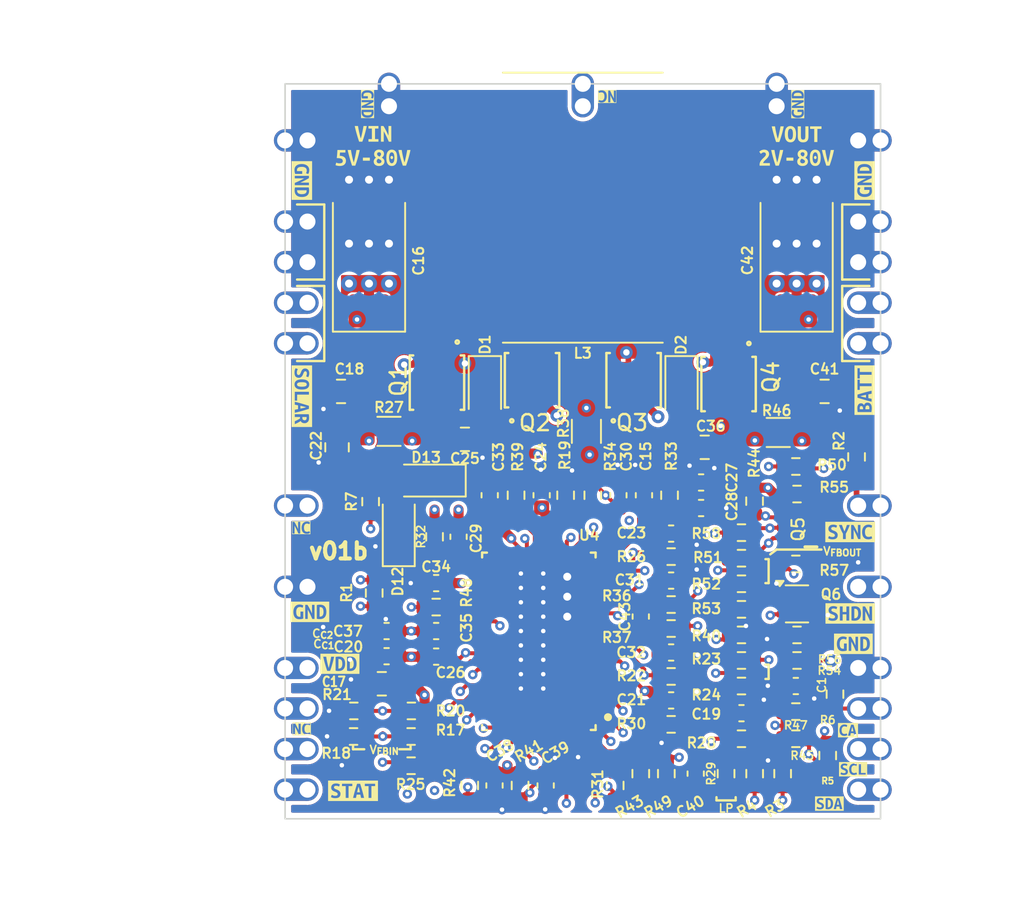
<source format=kicad_pcb>
(kicad_pcb (version 20240108) (generator "pcbnew") (generator_version "8.0")
  (title_block (title "LT8490 - Mezzanine") (date "2024-04-24") (rev "v1.0b"))
  (layers (0 "F.Cu" mixed) (1 "In1.Cu" power) (2 "In2.Cu" signal) (3 "In3.Cu" power) (4 "In4.Cu" signal) (31 "B.Cu" power) (34 "B.Paste" user) (35 "F.Paste" user) (36 "B.SilkS" user "B.Silkscreen") (37 "F.SilkS" user "F.Silkscreen") (38 "B.Mask" user) (39 "F.Mask" user) (44 "Edge.Cuts" user))
  (net 0 "")
  (net 1 "GND")
  (net 2 "VBATT")
  (net 3 "VSOLAR")
  (net 4 "Net-(U4-TEMPSENSE)")
  (net 5 "Net-(C19-Pad2)")
  (net 6 "GATEV_{CC}")
  (net 7 "Net-(U4-SS)")
  (net 8 "Net-(C27-Pad1)")
  (net 9 "Net-(U4-IMON_OUT)")
  (net 10 "Net-(Q1-D)")
  (net 11 "Net-(U4-VC)")
  (net 12 "Net-(U4-CLKDET)")
  (net 13 "EXTV_{CC}")
  (net 14 "V_{OUT}")
  (net 15 "V_{DD}")
  (net 16 "/AVDD")
  (net 17 "Net-(C40-Pad2)")
  (net 18 "Net-(U4-CSP)")
  (net 19 "Net-(U4-CSN)")
  (net 20 "Net-(Q5A-G2)")
  (net 21 "Net-(Q5B-D2)")
  (net 22 "Net-(Q5B-G1)")
  (net 23 "SWENO")
  (net 24 "Net-(Q6A-B1)")
  (net 25 "Net-(Q6B-E2)")
  (net 26 "Net-(U4-FBIN)")
  (net 27 "Net-(U4-RT)")
  (net 28 "ECON")
  (net 29 "REG_{FAULT}")
  (net 30 "Net-(U4-VINR)")
  (net 31 "Net-(U4-IIR)")
  (net 32 "Net-(U4-IOW)")
  (net 33 "Net-(U4-FBIR)")
  (net 34 "REG_{STATUS}")
  (net 35 "Net-(U4-FBIW)")
  (net 36 "Net-(U4-IOR)")
  (net 37 "Net-(U4-CLKOUT)")
  (net 38 "Net-(U4-LDO33)")
  (net 39 "Net-(U4-FBOW)")
  (net 40 "Net-(U4-FBOR)")
  (net 42 "/V_{SW1}")
  (net 43 "/V_{SW2}")
  (net 45 "GATEV_{CC}`")
  (net 46 "/BOOST1")
  (net 47 "/BOOST2")
  (net 48 "/TG1")
  (net 49 "/BG1")
  (net 50 "/BG2")
  (net 51 "/TG2")
  (net 52 "/TG1_0")
  (net 53 "/CSPIN")
  (net 54 "/CSNIN")
  (net 55 "/CSPOUT")
  (net 56 "/CSNOUT_0")
  (net 57 "/CSNOUT")
  (net 58 "/BG2_")
  (net 59 "/CSNIN_0")
  (net 60 "/FBIN")
  (net 61 "/FBOUT")
  (net 62 "/FBOUT_0")
  (net 63 "Net-(NT1-Pad2)")
  (net 65 "/~{SHDN}")
  (net 67 "/SYNC")
  (net 68 "/SDA")
  (net 69 "/SCL")
  (net 72 "/RS+")
  (footprint "ssi_connector:mppt_castellation_05mm" (layer "F.Cu") (at 130.65 86.91)
    (property "Reference" "J2" (hide yes))
    (property "Value" "Conn_01x01")
  )
  (footprint "Resistor_SMD:R_0603_1608Metric" (layer "F.Cu") (at 157.8 108.641424)
    (property "Reference" "R53")
    (property "Value" "1.1M")
  )
  (footprint "Resistor_SMD:R_0603_1608Metric" (layer "F.Cu") (at 149.9 119.666424 -90)
    (property "Reference" "R31")
    (property "Value" "3.01k")
  )
  (footprint "NetTie:NetTie-2_SMD_Pad0.5mm" (layer "F.Cu") (at 134.5 97.6 90)
    (property "Reference" "NT2" (hide yes))
    (property "Value" "NetTie_2")
  )
  (footprint "Resistor_SMD:R_0603_1608Metric" (layer "F.Cu") (at 163.65 113.95 90)
    (property "Reference" "R6")
    (property "Value" "0")
  )
  (footprint "Capacitor_SMD:C_0805_2012Metric" (layer "F.Cu") (at 132.75 95 180)
    (property "Reference" "C18")
    (property "Value" "2.2uF")
  )
  (footprint "Capacitor_SMD:C_0805_2012Metric" (layer "F.Cu") (at 155.5 98.5 180)
    (property "Reference" "C36")
    (property "Value" "10uF")
  )
  (footprint "Capacitor_SMD:C_0603_1608Metric" (layer "F.Cu") (at 142.35 119.666424 -90)
    (property "Reference" "C38")
    (property "Value" "4.7uF")
  )
  (footprint "Capacitor_SMD:C_0603_1608Metric" (layer "F.Cu") (at 155.275 100.7)
    (property "Reference" "C27")
    (property "Value" "220pF")
  )
  (footprint "Resistor_SMD:R_0603_1608Metric" (layer "F.Cu") (at 157.8 107.041424)
    (property "Reference" "R52")
    (property "Value" "23.7k")
  )
  (footprint "Capacitor_SMD:C_0603_1608Metric" (layer "F.Cu") (at 138.7 111.6)
    (property "Reference" "C26")
    (property "Value" "470nF")
  )
  (footprint "kibuzzard-623CCAFA" (layer "F.Cu") (at 134.75 80.378568)
    (property "Reference" "kibuzzard-623CCAFA" (hide yes))
    (property "Value" "G***" (hide yes))
  )
  (footprint "Diode_SMD:D_PowerDI-123" (layer "F.Cu") (at 141.750009 95.1 -90)
    (property "Reference" "D1")
    (property "Value" "SS2040LL_R1_00001")
  )
  (footprint "Resistor_SMD:R_0603_1608Metric" (layer "F.Cu") (at 156.837047 118.925 90)
    (property "Reference" "R29")
    (property "Value" "0")
  )
  (footprint "Fiducial:Fiducial_0.75mm_Mask1.5mm" (layer "F.Cu") (at 161.925 119.45)
    (property "Reference" "REF**" (hide yes))
    (property "Value" "Fiducial_0.75mm_Mask1.5mm")
  )
  (footprint "kibuzzard-623CCB15" (layer "F.Cu") (at 161.25 78.9)
    (property "Reference" "kibuzzard-623CCB15" (hide yes))
    (property "Value" "G***" (hide yes))
  )
  (footprint "ssi_connector:mppt_castellation_05mm" (layer "F.Cu") (at 166.499997 79.290012)
    (property "Reference" "J12" (hide yes))
    (property "Value" "Conn_01x01")
  )
  (footprint "Resistor_SMD:R_0603_1608Metric" (layer "F.Cu") (at 153.4 105.341424)
    (property "Reference" "R26")
    (property "Value" "23.7k")
  )
  (footprint "NetTie:NetTie-2_SMD_Pad0.5mm" (layer "F.Cu") (at 137.2 97.6 90)
    (property "Reference" "NT3" (hide yes))
    (property "Value" "NetTie_2")
  )
  (footprint "ssi_connector:mppt_castellation_05mm" (layer "F.Cu") (at 166.5 114.85)
    (property "Reference" "J10" (hide yes))
    (property "Value" "Conn_01x01")
  )
  (footprint "Resistor_SMD:R_0603_1608Metric" (layer "F.Cu") (at 153.4 109.841424)
    (property "Reference" "R37")
    (property "Value" "10")
  )
  (footprint "Resistor_SMD:R_0603_1608Metric" (layer "F.Cu") (at 134.6 101.9 -90)
    (property "Reference" "R7")
    (property "Value" "4")
  )
  (footprint "kibuzzard-623CC23C" (layer "F.Cu") (at 165.5 94.92281 90)
    (property "Reference" "kibuzzard-623CC23C" (hide yes))
    (property "Value" "G***" (hide yes))
  )
  (footprint "Package_TO_SOT_SMD:SOT-363_SC-70-6" (layer "F.Cu") (at 161.275 108.3)
    (property "Reference" "Q6")
    (property "Value" "MBT2222ADW1T1")
  )
  (footprint "Capacitor_SMD:C_0805_2012Metric" (layer "F.Cu") (at 140.5 98)
    (property "Reference" "C25")
    (property "Value" "2.2uF")
  )
  (footprint "ssi_transistor:SIS128LDN-T1-GE3" (layer "F.Cu") (at 144.69999 94.299989 -90)
    (property "Reference" "Q2")
    (property "Value" "SIS128LDN-T1-GE3")
  )
  (footprint "ssi_connector:mppt_castellation_05mm" (layer "F.Cu") (at 130.65 89.45)
    (property "Reference" "J3" (hide yes))
    (property "Value" "Conn_01x01")
  )
  (footprint "Resistor_SMD:R_0603_1608Metric" (layer "F.Cu") (at 160.375 118.925 90)
    (property "Reference" "R3")
    (property "Value" "0")
  )
  (footprint "Resistor_SMD:R_0603_1608Metric" (layer "F.Cu") (at 161.275 111.841424 180)
    (property "Reference" "R54")
    (property "Value" "200k")
  )
  (footprint "Resistor_SMD:R_0603_1608Metric" (layer "F.Cu") (at 158.62 101.87 90)
    (property "Reference" "R44")
    (property "Value" "10")
  )
  (footprint "ssi_connector:mppt_castellation_05mm" (layer "F.Cu") (at 130.65 84.37)
    (property "Reference" "J1" (hide yes))
    (property "Value" "Conn_01x01")
  )
  (footprint "kibuzzard-623E06E1" (layer "F.Cu") (at 164.465 116.205)
    (property "Reference" "kibuzzard-623E06E1" (hide yes))
    (property "Value" "G***" (hide yes))
  )
  (footprint "kibuzzard-623CC1D5" (layer "F.Cu") (at 164.8 110.8)
    (property "Reference" "kibuzzard-623CC1D5" (hide yes))
    (property "Value" "G***" (hide yes))
  )
  (footprint "Resistor_SMD:R_0603_1608Metric" (layer "F.Cu") (at 153.3 101.5 -90)
    (property "Reference" "R33")
    (property "Value" "4.99k")
  )
  (footprint "ssi_connector:mppt_castellation_05mm" (layer "F.Cu") (at 166.5 89.45)
    (property "Reference" "J7" (hide yes))
    (property "Value" "Conn_01x01")
  )
  (footprint "Capacitor_SMD:C_0603_1608Metric" (layer "F.Cu") (at 145.55 119.666424 90)
    (property "Reference" "C39")
    (property "Value" "1uF")
  )
  (footprint "Resistor_SMD:R_0603_1608Metric" (layer "F.Cu") (at 161.2 105.8 180)
    (property "Reference" "R57")
    (property "Value" "100k")
  )
  (footprint "Capacitor_SMD:C_0603_1608Metric" (layer "F.Cu") (at 157.8 115.141424 180)
    (property "Reference" "C19")
    (property "Value" "330nF")
  )
  (footprint "Resistor_SMD:R_0603_1608Metric" (layer "F.Cu") (at 140.8 119.666424 -90)
    (property "Reference" "R42")
    (property "Value" "0")
  )
  (footprint "Capacitor_SMD:C_0603_1608Metric" (layer "F.Cu") (at 140.1 104.1 -90)
    (property "Reference" "C29")
    (property "Value" "220nF")
  )
  (footprint "kibuzzard-623CCD34" (layer "F.Cu") (at 164.6 108.9)
    (property "Reference" "kibuzzard-623CCD34" (hide yes))
    (property "Value" "G***" (hide yes))
  )
  (footprint "Resistor_SMD:R_0603_1608Metric" (layer "F.Cu") (at 153.4 112.841424)
    (property "Reference" "R22")
    (property "Value" "21k")
  )
  (footprint "Resistor_SMD:R_0603_1608Metric" (layer "F.Cu") (at 157.8 111.841424 180)
    (property "Reference" "R23")
    (property "Value" "110k")
  )
  (footprint "Resistor_SMD:R_0603_1608Metric" (layer "F.Cu") (at 161.2 99.7 180)
    (property "Reference" "R50")
    (property "Value" "0")
  )
  (footprint "Resistor_SMD:R_0603_1608Metric" (layer "F.Cu") (at 158.625 118.925 90)
    (property "Reference" "R4")
    (property "Value" "0")
  )
  (footprint "NetTie:NetTie-2_SMD_Pad0.5mm" (layer "F.Cu") (at 147.8 98.9625)
    (property "Reference" "NT1" (hide yes))
    (property "Value" "NetTie_2")
  )
  (footprint "Capacitor_SMD:C_0603_1608Metric" (layer "F.Cu") (at 138.7 110 180)
    (property "Reference" "C35")
    (property "Value" "470nF")
  )
  (footprint "kibuzzard-623CC1D5" (layer "F.Cu") (at 130.3 81.8 -90)
    (property "Reference" "kibuzzard-623CC1D5" (hide yes))
    (property "Value" "G***" (hide yes))
  )
  (footprint "Resistor_SMD:R_0603_1608Metric" (layer "F.Cu") (at 153.4 108.341424 180)
    (property "Reference" "R36")
    (property "Value" "10")
  )
  (footprint "kibuzzard-623CCB0B" (layer "F.Cu") (at 161.25 80.378568)
    (property "Reference" "kibuzzard-623CCB0B" (hide yes))
    (property "Value" "G***" (hide yes))
  )
  (footprint "Fiducial:Fiducial_0.75mm_Mask1.5mm" (layer "F.Cu") (at 164.3 77.2)
    (property "Reference" "REF**" (hide yes))
    (property "Value" "Fiducial_0.75mm_Mask1.5mm")
  )
  (footprint "Resistor_SMD:R_0603_1608Metric" (layer "F.Cu") (at 157.8 110.241424)
    (property "Reference" "R40")
    (property "Value" "200k")
  )
  (footprint "kibuzzard-623CC3F2" (layer "F.Cu") (at 133.5 120)
    (property "Reference" "kibuzzard-623CC3F2" (hide yes))
    (property "Value" "G***" (hide yes))
  )
  (footprint "Capacitor_SMD:C_0603_1608Metric" (layer "F.Cu") (at 153.4 114.341424 180)
    (property "Reference" "C21")
    (property "Value" "4.7uF")
  )
  (footprint "Capacitor_SMD:C_0603_1608Metric" (layer "F.Cu") (at 135.6 111.575 180)
    (property "Reference" "C20")
    (property "Value" "0.1uF")
  )
  (footprint "Capacitor_SMD:C_0603_1608Metric" (layer "F.Cu") (at 161.2 113.441424 180)
    (property "Reference" "C1")
    (property "Value" "0.1uF")
  )
  (footprint "Capacitor_SMD:C_0603_1608Metric" (layer "F.Cu") (at 150.1 101.5 90)
    (property "Reference" "C30")
    (property "Value" "68nF")
  )
  (footprint "ssi_drawings:holliday" (layer "F.Cu") (at 138.14 121.075)
    (property "Reference" "Ref**" (hide yes))
    (property "Value" "Val**" (hide yes))
  )
  (footprint "kibuzzard-623CC1D5" (layer "F.Cu") (at 130.8 108.8)
    (property "Reference" "kibuzzard-623CC1D5" (hide yes))
    (property "Value" "G***" (hide yes))
  )
  (footprint "ssi_transistor:BSS138DWQ-7" (layer "F.Cu") (at 161.274989 103.533575 180)
    (property "Reference" "Q5")
    (property "Value" "BSS138DWQ-7" (hide yes))
  )
  (footprint "ssi_inductor:L_SRP1770CC" (layer "F.Cu") (at 147.87499 83.500011)
    (property "Reference" "L3")
    (property "Value" "22uH")
  )
  (footprint "ssi_connector:mppt_castellation_05mm" (layer "F.Cu") (at 130.65 117.39)
    (property "Reference" "J9" (hide yes))
    (property "Value" "Conn_01x01")
  )
  (footprint "Capacitor_SMD:C_0603_1608Metric" (layer "F.Cu") (at 153.4 111.341424 180)
    (property "Reference" "C32")
    (property "Value" "3.3nF")
  )
  (footprint "Resistor_SMD:R_0603_1608Metric" (layer "F.Cu") (at 157.8 116.741424 180)
    (property "Reference" "R28")
    (property "Value" "15.2k")
  )
  (footprint "Diode_SMD:D_PowerDI-123" (layer "F.Cu") (at 154.05 95.1 -90)
    (property "Reference" "D2")
    (property "Value" "SS2040LL_R1_00001")
  )
  (footprint "ssi_connector:mppt_castellation_05mm" (layer "F.Cu") (at 130.65 114.85)
    (property "Reference" "J24" (hide yes))
    (property "Value" "Conn_01x01")
  )
  (footprint "ssi_connector:mppt_castellation_05mm" (layer "F.Cu") (at 130.65 107.23)
    (property "Reference" "J14" (hide yes))
    (property "Value" "Conn_01x01")
  )
  (footprint "NetTie:NetTie-2_SMD_Pad0.5mm" (layer "F.Cu") (at 158.6375 97.571064 90)
    (property "Reference" "NT4" (hide yes))
    (property "Value" "NetTie_2")
  )
  (footprint "Fiducial:Fiducial_0.75mm_Mask1.5mm" (layer "F.Cu") (at 131 77.5)
    (property "Reference" "REF**" (hide yes))
    (property "Value" "Fiducial_0.75mm_Mask1.5mm")
  )
  (footprint "ssi_connector:mppt_castellation_05mm" (layer "F.Cu") (at 135.75 75.75 90)
    (property "Reference" "J19" (hide yes))
    (property "Value" "Conn_01x01")
  )
  (footprint "ssi_connector:mppt_castellation_05mm" (layer "F.Cu") (at 130.65 91.99)
    (property "Reference" "J4" (hide yes))
    (property "Value" "Conn_01x01")
  )
  (footprint "Capacitor_SMD:C_0603_1608Metric" (layer "F.Cu") (at 145.3 101.5 -90)
    (property "Reference" "C24")
    (property "Value" "4.7uF")
  )
  (footprint "Resistor_SMD:R_1206_3216Metric" (layer "F.Cu") (at 160.1 97.571064)
    (property "Reference" "R46")
    (property "Value" "0.033")
  )
  (footprint "kibuzzard-62D49DAC" (layer "F.Cu") (at 130.29 116.12)
    (property "Reference" "kibuzzard-62D49DAC" (hide yes))
    (property "Value" "G***" (hide yes))
  )
  (footprint "ssi_IC:LT8491IUKJ#PBF" (layer "F.Cu") (at 145.124551 110.641435 180)
    (property "Reference" "U4")
    (property "Value" "LT8491IUKJPBF" (hide yes))
  )
  (footprint "Resistor_SMD:R_1206_3216Metric" (layer "F.Cu") (at 148.1 97.5 -90)
    (property "Reference" "R38")
    (property "Value" "0.047")
  )
  (footprint "Diode_SMD:D_SOD-123F" (layer "F.Cu") (at 136.36 103.73 90)
    (property "Reference" "D12")
    (property "Value" "CMMR1U-02 TR")
  )
  (footprint "Resistor_SMD:R_0603_1608Metric" (layer "F.Cu") (at 165 99.1 90)
    (property "Reference" "R2")
    (property "Value" "10k")
  )
  (footprint "ssi_connector:mppt_castellation_05mm" (layer "F.Cu") (at 130.65 79.29)
    (property "Reference" "J11" (hide yes))
    (property "Value" "Conn_01x01")
  )
  (footprint "Diode_SMD:D_SOD-123F" (layer "F.Cu") (at 138.34 100.58 180)
    (property "Reference" "D13")
    (property "Value" "CMMR1U-02 TR")
  )
  (footprint "ssi_connector:mppt_castellation_05mm" (layer "F.Cu") (at 166.5 91.99)
    (property "Reference" "J8" (hide yes))
    (property "Value" "Conn_01x01")
  )
  (footprint "Capacitor_Tantalum_SMD:CP_EIA-7343-30_AVX-N" (layer "F.Cu") (at 134.5 86.85 90)
    (property "Reference" "C16")
    (property "Value" "15uF")
  )
  (footprint "ssi_connector:mppt_castellation_05mm" (layer "F.Cu") (at 166.5 102.15)
    (property "Reference" "J16" (hide yes))
    (property "Value" "Conn_01x01")
  )
  (footprint "kibuzzard-623CC1F4" (layer "F.Cu") (at 130.3 95.3 -90)
    (property "Reference" "kibuzzard-623CC1F4" (hide yes))
    (property "Value" "G***" (hide yes))
  )
  (footprint "Capacitor_SMD:C_0805_2012Metric" (layer "F.Cu") (at 132.5 98.5 -90)
    (property "Reference" "C22")
    (property "Value" "2.2uF")
  )
  (footprint "Capacitor_SMD:C_0603_1608Metric" (layer "F.Cu") (at 154.937047 118.925 -90)
    (property "Reference" "C40")
    (property "Value" "0.1uF")
  )
  (footprint "Resistor_SMD:R_0603_1608Metric" (layer "F.Cu") (at 157.8 113.441424)
    (property "Reference" "R24")
    (property "Value" "35.7k")
  )
  (footprint "Resistor_SMD:R_0603_1608Metric" (layer "F.Cu") (at 161.2 115.041424 180)
    (property "Reference" "R47")
    (property "Value" "10k")
  )
  (footprint "kibuzzard-62D49DF0" (layer "F.Cu") (at 161.32 77.02 90)
    (property "Reference" "kibuzzard-62D49DF0" (hide yes))
    (property "Value" "G***" (hide yes))
  )
  (footprint "kibuzzard-62D49DAC" (layer "F.Cu") (at 130.26 103.53)
    (property "Reference" "kibuzzard-62D49DAC" (hide yes))
    (property "Value" "G***" (hide yes))
  )
  (footprint "kibuzzard-623CC1D5" (layer "F.Cu") (at 165.5 81.8 90)
    (property "Reference" "kibuzzard-623CC1D5" (hide yes))
    (property "Value" "G***" (hide yes))
  )
  (footprint "Resistor_SMD:R_0603_1608Metric" (layer "F.Cu") (at 133.55 115 180)
    (property "Reference" "R21")
    (property "Value" "8.06k")
  )
  (footprint "ssi_connector:mppt_castellation_05mm" (layer "F.Cu") (at 130.65 102.15)
    (property "Reference" "J13" (hide yes))
    (property "Value" "Conn_01x01")
  )
  (footprint "ssi_transistor:SIS128LDN-T1-GE3" (layer "F.Cu") (at 138.749989 94.450002 90)
    (property "Reference" "Q1")
    (property "Value" "SIS128LDN-T1-GE3")
  )
  (footprint "Resistor_SMD:R_0603_1608Metric" (layer "F.Cu") (at 151.5 118.925 90)
    (property "Reference" "R43")
    (property "Value" "23.2k")
  )
  (footprint "Capacitor_SMD:C_0603_1608Metric" (layer "F.Cu") (at 153.4 106.841424)
    (property "Reference" "C31")
    (property "Value" "3.3nF")
  )
  (footprint "Capacitor_SMD:C_0603_1608Metric" (layer "F.Cu") (at 155.275 102.3 180)
    (property "Reference" "C28")
    (property "Value" "6.8nF")
  )
  (footprint "Resistor_SMD:R_0603_1608Metric" (layer "F.Cu") (at 134.825 107.62 -90)
    (property "Reference" "R1")
    (property "Value" "10")
  )
  (footprint "Resistor_SMD:R_0603_1608Metric" (layer "F.Cu") (at 153.1 118.925 -90)
    (property "Reference" "R49")
    (property "Value" "121k")
  )
  (footprint "kibuzzard-62D49DAC" (layer "F.Cu") (at 149.4 76.54 180)
    (property "Reference" "kibuzzard-62D49DAC" (hide yes))
    (property "Value" "G***" (hide yes))
  )
  (footprint "Resistor_SMD:R_1206_3216Metric" (layer "F.Cu") (at 135.75 97.5)
    (property "Reference" "R27")
    (property "Value" "0.1")
  )
  (footprint "ssi_transistor:SIS128LDN-T1-GE3" (layer "F.Cu") (at 151.051997 94.299989 -90)
    (property "Reference" "Q3")
    (property "Value" "SIS128LDN-T1-GE3")
  )
  (footprint "Resistor_SMD:R_0603_1608Metric" (layer "F.Cu") (at 138.7 108.5)
    (property "Reference" "R48")
    (property "Value" "10")
  )
  (footprint "Resistor_SMD:R_0603_1608Metric" (layer "F.Cu") (at 143.95 119.666424 -90)
    (property "Reference" "R41")
    (property "Value" "1")
  )
  (footprint "ssi_connector:mppt_castellation_05mm" (layer "F.Cu") (at 166.5 86.91)
    (property "Reference" "J6" (hide yes))
    (property "Value" "Conn_01x01")
  )
  (footprint "Resistor_SMD:R_0603_1608Metric" (layer "F.Cu") (at 157.8 103.841424 180)
    (property "Reference" "R58")
    (property "Value" "100k")
  )
  (footprint "Capacitor_SMD:C_0603_1608Metric" (layer "F.Cu") (at 135.6 110 180)
    (property "Reference" "C37")
    (property "Value" "0.1uF")
  )
  (footprint "Resistor_SMD:R_0603_1608Metric" (layer "F.Cu") (at 163.195 117.7925 90)
    (property "Reference" "R5")
    (property "Value" "0")
  )
  (footprint "Resistor_SMD:R_0603_1608Metric" (layer "F.Cu") (at 161.2 116.741424)
    (property "Reference" "R45")
    (property "Value" "18.2k")
  )
  (footprint "Resistor_SMD:R_0603_1608Metric" (layer "F.Cu") (at 138.6 104.1 90)
    (property "Reference" "R32")
    (property "Value" "2")
  )
  (footprint "kibuzzard-623E06FB" (layer "F.Cu") (at 163.3 120.8)
    (property "Reference" "kibuzzard-623E06FB" (hide yes))
    (property "Value" "G***" (hide yes))
  )
  (footprint "Capacitor_Tantalum_SMD:CP_EIA-7343-30_AVX-N" (layer "F.Cu") (at 161.25 86.85 90)
    (property "Reference" "C42")
    (property "Value" "47uF")
  )
  (footprint "ssi_connector:mppt_castellation_05mm" (layer "F.Cu") (at 147.875 75.75 90)
    (property "Reference" "J20" (hide yes))
    (property "Value" "Conn_01x01")
  )
  (footprint "kibuzzard-623CC9B2" (layer "F.Cu") (at 132.68 112.05)
    (property "Reference" "kibuzzard-623CC9B2" (hide yes))
    (property "Value" "G***" (hide yes))
  )
  (footprint "Resistor_SMD:R_0603_1608Metric" (layer "F.Cu") (at 161.275 101.425 180)
    (property "Reference" "R55")
    (property "Value" "10")
  )
  (footprint "NetTie:NetTie-2_SMD_Pad0.5mm" (layer "F.Cu") (at 161.646447 90.146447 135)
    (property "Reference" "NT7" (hide yes))
    (property "Value" "NetTie_2")
  )
  (footprint "Resistor_SMD:R_0603_1608Metric" (layer "F.Cu") (at 137.133576 116.6 180)
    (property "Reference" "R17")
    (property "Value" "95.3k")
  )
  (footprint "kibuzzard-623DE3C4" (layer "F.Cu") (at 164.6 103.8)
    (property "Reference" "kibuzzard-623DE3C4" (hide yes))
    (property "Value" "G***" (hide yes))
  )
  (footprint "NetTie:NetTie-2_SMD_Pad0.5mm" (layer "F.Cu") (at 134.103553 90.146447 45)
    (property "Reference" "NT6" (hide yes))
    (property "Value" "NetTie_2")
  )
  (footprint "Capacitor_SMD:C_0805_2012Metric" (layer "F.Cu") (at 163 95)
    (property "Reference" "C41")
    (property "Value" "10uF")
  )
  (footprint "Capacitor_SMD:C_0603_1608Metric" (layer "F.Cu") (at 153.4 103.9)
    (property "Reference" "C23")
    (property "Value" "10nF")
  )
  (footprint "ssi_transistor:SIS128LDN-T1-GE3" (layer "F.Cu") (at 156.993996 94.539994 90)
    (property "Reference" "Q4")
    (property "Value" "SIS128LDN-T1-GE3")
  )
  (footprint "NetTie:NetTie-2_SMD_Pad0.5mm" (layer "F.Cu") (at 161.578511 97.6 90)
    (property "Reference" "NT5" (hide yes))
    (property "Value" "NetTie_2")
  )
  (footprint "Capacitor_SMD:C_0805_2012Metric" (layer "F.Cu") (at 135.3 113.3 180)
    (property "Reference" "C17")
    (property "Value" "2.2uF")
  )
  (footprint "kibuzzard-62D49DF0" (layer "F.Cu") (at 134.41 77.01 -90)
    (property "Reference" "kibuzzard-62D49DF0" (hide yes))
    (property "Value" "G***" (hide yes))
  )
  (footprint "ssi_connector:mppt_castellation_05mm" (layer "F.Cu") (at 166.499997 84.370012)
    (property "Reference" "J5" (hide yes))
    (property "Value" "Conn_01x01")
  )
  (footprint "Resistor_SMD:R_0603_1608Metric" (layer "F.Cu") (at 143.7 101.5 -90)
    (property "Reference" "R39")
    (property "Value" "2")
  )
  (footprint "kibuzzard-623CCAD0" (layer "F.Cu") (at 134.75 78.878568)
    (property "Reference" "kibuzzard-623CCAD0" (hide yes))
    (property "Value" "G***" (hide yes))
  )
  (footprint "Resistor_SMD:R_0603_1608Metric" (layer "F.Cu") (at 133.533576 116.6 180)
    (property "Reference" "R18")
    (property "Value" "7.32k")
  )
  (footprint "ssi_connector:mppt_castellation_05mm" (layer "F.Cu") (at 166.5 117.39)
    (property "Reference" "J23" (hide yes))
    (property "Value" "Conn_01x01")
  )
  (footprint "Capacitor_SMD:C_0603_1608Metric" (layer "F.Cu") (at 142.05 101.5 90)
    (property "Reference" "C33")
    (property "Value" "220nF")
  )
  (footprint "Resistor_SMD:R_0603_1608Metric" (layer "F.Cu") (at 146.8 101.5 90)
    (property "Reference" "R19")
    (property "Value" "365k")
  )
  (footprint "Resistor_SMD:R_0603_1608Metric" (layer "F.Cu") (at 148.5 101.5 -90)
    (property "Reference" "R34")
    (property "Value" "53.6k")
  )
  (footprint "ssi_connector:mppt_castellation_05mm" (layer "F.Cu") (at 130.65 119.93)
    (property "Reference" "J25" (hide yes))
    (property "Value" "Conn_01x01")
  )
  (footprint "ssi_connector:mppt_castellation_05mm" (layer "F.Cu") (at 130.65 112.31)
    (property "Reference" "J15" (hide yes))
    (property "Value" "Conn_01x01")
  )
  (footprint "ssi_connector:mppt_castellation_05mm" (layer "F.Cu") (at 166.5 119.93)
    (property "Reference" "J22" (hide yes))
    (property "Value" "Conn_01x01")
  )
  (footprint "Resistor_SMD:R_0603_1608Metric" (layer "F.Cu") (at 137.15 115 180)
    (property "Reference" "R20")
    (property "Value" "196k")
  )
  (footprint "Resistor_SMD:R_0603_1608Metric" (layer "F.Cu") (at 157.8 105.441424 180)
    (property "Reference" "R51")
    (property "Value" "154k")
  )
  (footprint "Resistor_SMD:R_0603_1608Metric" (layer "F.Cu") (at 153.4 115.841424)
    (property "Reference" "R30")
    (property "Value" "3.12k")
  )
  (footprint "Resistor_SMD:R_0603_1608Metric" (layer "F.Cu") (at 161.275 110.241424)
    (property "Reference" "R56")
    (property "Value" "26.1k")
  )
  (footprint "Resistor_SMD:R_0603_1608Metric" (layer "F.Cu") (at 137.133576 118.43 180)
    (property "Reference" "R25")
    (property "Value" "30.1k")
  )
  (footprint "kibuzzard-623E06ED" (layer "F.Cu") (at 164.7825 118.65)
    (property "Reference" "kibuzzard-623E06ED" (hide yes))
    (property "Value" "G***" (hide yes))
  )
  (footprint "ssi_connector:mppt_castellation_05mm" (layer "F.Cu") (at 160 75.75 90)
    (property "Reference" "J21" (hide yes))
    (property "Value" "Conn_01x01")
  )
  (footprint "Capacitor_SMD:C_0603_1608Metric" (layer "F.Cu") (at 151.7 101.5 90)
    (property "Reference" "C15")
    (property "Value" "0.1uF")
  )
  (footprint "ssi_connector:mppt_castellation_05mm" (layer "F.Cu") (at 166.5 107.23)
    (property "Reference" "J17" (hide yes))
    (property "Value" "Conn_01x01")
  )
  (footprint "Capacitor_SMD:C_0603_1608Metric" (layer "F.Cu") (at 138.7 107 180)
    (property "Reference" "C34")
    (property "Value" "1uF")
  )
  (footprint "Capacitor_SMD:C_0603_1608Metric" (layer "F.Cu") (at 151.5 109.091424 -90)
    (property "Reference" "C43")
    (property "Value" "1nF")
  )
  (footprint "ssi_connector:mppt_castellation_05mm" (layer "F.Cu") (at 166.5 112.31)
    (property "Reference" "J18" (hide yes))
    (property "Value" "Conn_01x01")
  )
  (gr_line (start 131.7 83.3) (end 130 83.3) (stroke (width 0.15)) (layer "F.SilkS"))
  (gr_line (start 164.1 93.1) (end 165.8 93.1) (stroke (width 0.15)) (layer "F.SilkS"))
  (gr_line (start 130 88) (end 131.7 88) (stroke (width 0.15)) (layer "F.SilkS"))
  (gr_line (start 130 88.4) (end 131.7 88.4) (stroke (width 0.15)) (layer "F.SilkS"))
  (gr_line (start 159.5 105.5) (end 159.5 107) (stroke (width 0.15)) (layer "F.SilkS"))
  (gr_line (start 133.5 117.4) (end 133.5 117.2) (stroke (width 0.15)) (layer "F.SilkS"))
  (gr_line (start 156.237047 120.6) (end 156.237047 120.4) (stroke (width 0.15)) (layer "F.SilkS"))
  (gr_line (start 131.7 88) (end 131.7 83.3) (stroke (width 0.15)) (layer "F.SilkS"))
  (gr_line (start 164.1 88.4) (end 164.1 93.1) (stroke (width 0.15)) (layer "F.SilkS"))
  (gr_line (start 159.5 107) (end 159.3 107) (stroke (width 0.15)) (layer "F.SilkS"))
  (gr_line (start 164.1 83.3) (end 164.1 88) (stroke (width 0.15)) (layer "F.SilkS"))
  (gr_line (start 137.1 117.4) (end 137.1 117.2) (stroke (width 0.15)) (layer "F.SilkS"))
  (gr_line (start 136.4 117.4) (end 137.1 117.4) (stroke (width 0.15)) (layer "F.SilkS"))
  (gr_line (start 159.3 112.1) (end 159.5 112.1) (stroke (width 0.15)) (layer "F.SilkS"))
  (gr_line (start 159.3 105.5) (end 159.5 105.5) (stroke (width 0.15)) (layer "F.SilkS"))
  (gr_line (start 131.7 88.4) (end 131.7 93.1) (stroke (width 0.15)) (layer "F.SilkS"))
  (gr_line (start 157.437047 120.6) (end 157.437047 120.4) (stroke (width 0.15)) (layer "F.SilkS"))
  (gr_line (start 159.5 112.1) (end 159.5 113) (stroke (width 0.15)) (layer "F.SilkS"))
  (gr_line (start 164.1 88) (end 165.8 88) (stroke (width 0.15)) (layer "F.SilkS"))
  (gr_line (start 130 93.1) (end 131.7 93.1) (stroke (width 0.15)) (layer "F.SilkS"))
  (gr_line (start 160 104.9) (end 162.8 104.9) (stroke (width 0.15)) (layer "F.SilkS"))
  (gr_line (start 159.5 113) (end 159.3 113) (stroke (width 0.15)) (layer "F.SilkS"))
  (gr_line (start 165.8 83.3) (end 164.1 83.3) (stroke (width 0.15)) (layer "F.SilkS"))
  (gr_line (start 156.237047 120.6) (end 157.437047 120.6) (stroke (width 0.15)) (layer "F.SilkS"))
  (gr_line (start 160 104.9) (end 159.6 105.2) (stroke (width 0.15)) (layer "F.SilkS"))
  (gr_line (start 165.8 88.4) (end 164.1 88.4) (stroke (width 0.15)) (layer "F.SilkS"))
  (gr_line (start 134.2 117.4) (end 133.5 117.4) (stroke (width 0.15)) (layer "F.SilkS"))
  (gr_rect (start 129.25 75.75) (end 166.5 121.75) (stroke (width 0.1)) (fill none) (layer "Edge.Cuts"))
  (gr_text "C_{C2}" (at 131.6 110.16 0) (layer "F.SilkS") (effects (font (size 0.508 0.508) (thickness 0.1016))))
  (gr_text "V_{FBIN}" (at 135.45 117.43 0) (layer "F.SilkS") (effects (font (size 0.508 0.508) (thickness 0.1016))))
  (gr_text "v01b" (at 132.6 105 0) (layer "F.SilkS") (effects (font (size 1.016 1.016) (thickness 0.254))))
  (gr_text "C_{C1}" (at 131.67 110.81 0) (layer "F.SilkS") (effects (font (size 0.508 0.508) (thickness 0.1016))))
  (gr_text "V_{FBOUT}" (at 164.1 105 0) (layer "F.SilkS") (effects (font (size 0.508 0.508) (thickness 0.1016))))
  (gr_text "LP" (at 156.837047 121.1 0) (layer "F.SilkS") (effects (font (size 0.508 0.508) (thickness 0.1016))))
  (segment (start 146.874547 117.184547) (end 147.58 117.89) (width 0.25) (layer "F.Cu") (net 1))
  (segment (start 145.374547 116.041424) (end 145.374547 115.128924) (width 0.25) (layer "F.Cu") (net 1))
  (segment (start 147.974547 111.391424) (end 146.351424 111.391424) (width 0.25) (layer "F.Cu") (net 1))
  (segment (start 146.303947 114.841424) (end 146.287047 114.841424) (width 0.25) (layer "F.Cu") (net 1))
  (segment (start 146.874547 116.041424) (end 146.874547 117.184547) (width 0.25) (layer "F.Cu") (net 1))
  (segment (start 146.874547 116.041424) (end 146.874547 115.412024) (width 0.25) (layer "F.Cu") (net 1))
  (segment (start 145.374547 116.041424) (end 145.374547 117.192257) (width 0.25) (layer "F.Cu") (net 1))
  (segment (start 143.374547 116.041424) (end 143.374547 115.353924) (width 0.25) (layer "F.Cu") (net 1))
  (segment (start 145.951424 111.391424) (end 145.95 111.39) (width 0.25) (layer "F.Cu") (net 1))
  (segment (start 143.374547 115.353924) (end 143.687047 115.041424) (width 0.25) (layer "F.Cu") (net 1))
  (segment (start 145.374547 115.128924) (end 145.287047 115.041424) (width 0.25) (layer "F.Cu") (net 1))
  (segment (start 145.374547 117.192257) (end 146.126145 117.943855) (width 0.25) (layer "F.Cu") (net 1))
  (segment (start 146.874547 115.412024) (end 146.303947 114.841424) (width 0.25) (layer "F.Cu") (net 1))
  (via (at 147.2 99.95) (size 0.5842) (drill 0.2794) (layers "F.Cu" "B.Cu") (net 1))
  (via (at 155 104.6) (size 0.5842) (drill 0.2794) (layers "F.Cu" "B.Cu") (net 1))
  (via (at 145.4 109.1) (size 0.5842) (drill 0.2794) (layers "F.Cu" "B.Cu") (net 1))
  (via (at 159.999998 85.75) (size 1) (drill 0.5) (layers "F.Cu" "B.Cu") (net 1))
  (via (at 159.999998 81.75) (size 1) (drill 0.5) (layers "F.Cu" "B.Cu") (net 1))
  (via (at 132 114.991424) (size 0.5842) (drill 0.2794) (layers "F.Cu" "B.Cu") (net 1))
  (via (at 133.249998 85.75) (size 1) (drill 0.5) (layers "F.Cu" "B.Cu") (net 1))
  (via (at 145.4 111.8) (size 0.5842) (drill 0.2794) (layers "F.Cu" "B.Cu") (net 1))
  (via (at 161.25 85.75) (size 1) (drill 0.5) (layers "F.Cu" "B.Cu") (net 1))
  (via (at 144 110.9) (size 0.5842) (drill 0.2794) (layers "F.Cu" "B.Cu") (net 1))
  (via (at 163.2 109) (size 0.5842) (drill 0.2794) (layers "F.Cu" "B.Cu") (net 1))
  (via (at 155 106.15) (size 0.5842) (drill 0.2794) (layers "F.Cu" "B.Cu") (net 1))
  (via (at 134.9 104.7) (size 0.5842) (drill 0.2794) (layers "F.Cu" "B.Cu") (net 1))
  (via (at 150.05 99.6) (size 0.5842) (drill 0.2794) (layers "F.Cu" "B.Cu") (net 1))
  (via (at 135.75 85.75) (size 1) (drill 0.5) (layers "F.Cu" "B.Cu") (net 1))
  (via (at 132.8 118.4) (size 0.5842) (drill 0.2794) (layers "F.Cu" "B.Cu") (net 1))
  (via (at 133.31 111.79) (size 0.5842) (drill 0.2794) (layers "F.Cu" "B.Cu") (net 1))
  (via (at 144 106.4) (size 0.5842) (drill 0.2794) (layers "F.Cu" "B.Cu") (net 1))
  (via (at 155 113.8) (size 0.5842) (drill 0.2794) (layers "F.Cu" "B.Cu") (net 1))
  (via (at 146.9 107.85) (size 1) (drill 0.5) (layers "F.Cu" "B.Cu") (net 1))
  (via (at 144 110) (size 0.5842) (drill 0.2794) (layers "F.Cu" "B.Cu") (net 1))
  (via (at 134.5 81.75) (size 1) (drill 0.5) (layers "F.Cu" "B.Cu") (net 1))
  (via (at 144 112.7) (size 0.5842) (drill 0.2794) (layers "F.Cu" "B.Cu") (net 1))
  (via (at 156.1 99.8) (size 0.5842) (drill 0.2794) (layers "F.Cu" "B.Cu") (net 1))
  (via (at 145.4 112.7) (size 0.5842) (drill 0.2794) (layers "F.Cu" "B.Cu") (net 1))
  (via (at 131.875 116.591424) (size 0.5842) (drill 0.2794) (layers "F.Cu" "B.Cu") (net 1))
  (via (at 135.55 109.25) (size 0.5842) (drill 0.2794) (layers "F.Cu" "B.Cu") (net 1))
  (via (at 145.25 99.9) (size 0.5842) (drill 0.2794) (layers "F.Cu" "B.Cu") (net 1))
  (via (at 159.46 118.1) (size 0.5842) (drill 0.2794) (layers "F.Cu" "B.Cu") (net 1))
  (via (at 145.4 110.9) (size 0.5842) (drill 0.2794) (layers "F.Cu" "B.Cu") (net 1))
  (via (at 131.35 99.45) (size 0.5842) (drill 0.2794) (layers "F.Cu" "B.Cu") (net 1))
  (via (at 151.15 99.6) (size 0.5842) (drill 0.2794) (layers "F.Cu" "B.Cu") (net 1))
  (via (at 145.4 106.4) (size 0.5842) (drill 0.2794) (layers "F.Cu" "B.Cu") (net 1))
  (via (at 159.4 110.5) (size 0.5842) (drill 0.2794) (layers "F.Cu" "B.Cu") (net 1))
  (via (at 131.63 109.75) (size 0.5842) (drill 0.2794) (layers "F.Cu" "B.Cu") (net 1))
  (via (at 133.372219 113.027781) (size 0.5842) (drill 0.2794) (layers "F.Cu" "B.Cu") (net 1))
  (via (at 145.52 121.16) (size 0.5842) (drill 0.2794) (layers "F.Cu" "B.Cu") (net 1))
  (via (at 131.65 96.1) (size 0.5842) (drill 0.2794) (layers "F.Cu" "B.Cu") (net 1))
  (via (at 158.08 109.68) (size 0.5842) (drill 0.2794) (layers "F.Cu" "B.Cu") (net 1))
  (via (at 141.6 99.15) (size 0.5842) (drill 0.2794) (layers "F.Cu" "B.Cu") (net 1))
  (via (at 163.95 96.2) (size 0.5842) (drill 0.2794) (layers "F.Cu" "B.Cu") (net 1))
  (via (at 146.9 109.100002) (size 1) (drill 0.5) (layers "F.Cu" "B.Cu") (net 1))
  (via (at 161.25 81.75) (size 1) (drill 0.5) (layers "F.Cu" "B.Cu") (net 1))
  (via (at 146.126145 117.943855) (size 0.5842) (drill 0.2794) (layers "F.Cu" "B.Cu") (net 1))
  (via (at 144 113.6) (size 0.5842) (drill 0.2794) (layers "F.Cu" "B.Cu") (net 1))
  (via (at 152.8 117) (size 0.5842) (drill 0.2794) (layers "F.Cu" "B.Cu") (net 1))
  (via (at 134.5 85.75) (size 1) (drill 0.5) (layers "F.Cu" "B.Cu") (net 1))
  (via (at 145.4 107.3) (size 0.5842) (drill 0.2794) (layers "F.Cu" "B.Cu") (net 1))
  (via (at 154.55 99.65) (size 0.5842) (drill 0.2794) (layers "F.Cu" "B.Cu") (net 1))
  (via (at 133.249998 81.75) (size 1) (drill 0.5) (layers "F.Cu" "B.Cu") (net 1))
  (via (at 162.35 114.225) (size 0.5842) (drill 0.2794) (layers "F.Cu" "B.Cu") (net 1))
  (via (at 162.5 85.75) (size 1) (drill 0.5) (layers "F.Cu" "B.Cu") (net 1))
  (via (at 145.4 108.2) (size 0.5842) (drill 0.2794) (layers "F.Cu" "B.Cu") (net 1))
  (via (at 159.985537 107.025537) (size 0.5842) (drill 0.2794) (layers "F.Cu" "B.Cu") (net 1))
  (via (at 159.45 113.425) (size 0.5842) (drill 0.2794) (layers "F.Cu" "B.Cu") (net 1))
  (via (at 155.05 111.5) (size 0.5842) (drill 0.2794) (layers "F.Cu" "B.Cu") (net 1))
  (via (at 144 108.2) (size 0.5842) (drill 0.2794) (layers "F.Cu" "B.Cu") (net 1))
  (via (at 156.85 102.3) (size 0.5842) (drill 0.2794) (layers "F.Cu" "B.Cu") (net 1))
  (via (at 165.1 105.7) (size 0.5842) (drill 0.2794) (layers "F.Cu" "B.Cu") (net 1))
  (via (at 137.11 107) (size 0.5842) (drill 0.2794) (layers "F.Cu" "B.Cu") (net 1))
  (via (at 144 109.1) (size 0.5842) (drill 0.2794) (layers "F.Cu" "B.Cu") (net 1))
  (via (at 147.58 117.89) (size 0.5842) (drill 0.2794) (layers "F.Cu" "B.Cu") (net 1))
  (via (at 146.9 106.6) (size 1) (drill 0.5) (layers "F.Cu" "B.Cu") (net 1))
  (via (at 145.4 113.6) (size 0.5842) (drill 0.2794) (layers "F.Cu" "B.Cu") (net 1))
  (via (at 162.5 81.75) (size 1) (drill 0.5) (layers "F.Cu" "B.Cu") (net 1))
  (via (at 144 107.3) (size 0.5842) (drill 0.2794) (layers "F.Cu" "B.Cu") (net 1))
  (via (at 144 111.8) (size 0.5842) (drill 0.2794) (layers "F.Cu" "B.Cu") (net 1))
  (via (at 142.82 121.18) (size 0.5842) (drill 0.2794) (layers "F.Cu" "B.Cu") (net 1))
  (via (at 145.4 110) (size 0.5842) (drill 0.2794) (layers "F.Cu" "B.Cu") (net 1))
  (via (at 159.2 114.3) (size 0.5842) (drill 0.2794) (layers "F.Cu" "B.Cu") (net 1))
  (via (at 135.75 81.75) (size 1) (drill 0.5) (layers "F.Cu" "B.Cu") (net 1))
  (via (at 159.999998 88.25) (size 1) (drill 0.5) (layers "F.Cu" "B.Cu") (net 2))
  (via (at 161.25 88.25) (size 1) (drill 0.5) (layers "F.Cu" "B.Cu") (net 2))
  (via (at 162.5 88.25) (size 1) (drill 0.5) (layers "F.Cu" "B.Cu") (net 2))
  (via (at 135.75 88.25) (size 1) (drill 0.5) (layers "F.Cu" "B.Cu") (net 3))
  (via (at 133.249998 88.25) (size 1) (drill 0.5) (layers "F.Cu" "B.Cu") (net 3))
  (via (at 134.5 88.25) (size 1) (drill 0.5) (layers "F.Cu" "B.Cu") (net 3))
  (segment (start 160.375 115.041424) (end 160.375 113.491424) (width 0.25) (layer "F.Cu") (net 4))
  (segment (start 160.375 115.925) (end 159.925 115.925) (width 0.25) (layer "F.Cu") (net 4))
  (segment (start 149.665499 114.932376) (end 149.665499 115.625499) (width 0.25) (layer "F.Cu") (net 4))
  (segment (start 160.375 113.491424) (end 160.425 113.441424) (width 0.25) (layer "F.Cu") (net 4))
  (segment (start 159.925 115.925) (end 159.9 115.9) (width 0.25) (layer "F.Cu") (net 4))
  (segment (start 160.375 115.925) (end 160.375 116.741424) (width 0.25) (layer "F.Cu") (net 4))
  (segment (start 160.375 115.141424) (end 160.375 115.925) (width 0.25) (layer "F.Cu") (net 4))
  (segment (start 149.124547 114.391424) (end 149.665499 114.932376) (width 0.25) (layer "F.Cu") (net 4))
  (segment (start 149.665499 115.625499) (end 150.4 116.36) (width 0.25) (layer "F.Cu") (net 4))
  (segment (start 147.974547 114.391424) (end 149.124547 114.391424) (width 0.25) (layer "F.Cu") (net 4))
  (via (at 150.4 116.36) (size 0.5842) (drill 0.2794) (layers "F.Cu" "B.Cu") (net 4))
  (via (at 159.9 115.9) (size 0.5842) (drill 0.2794) (layers "F.Cu" "B.Cu") (net 4))
  (segment (start 157.025 115.141424) (end 158.625 116.741424) (width 0.2794) (layer "F.Cu") (net 5))
  (segment (start 157.025 115.141424) (end 154.925 115.141424) (width 0.2794) (layer "F.Cu") (net 5))
  (segment (start 154.925 115.141424) (end 154.225 115.841424) (width 0.2794) (layer "F.Cu") (net 5))
  (segment (start 145.3 102.41) (end 146.28 103.39) (width 0.635) (layer "F.Cu") (net 6))
  (segment (start 151.75 113.75) (end 151.749999 113.750001) (width 0.25) (layer "F.Cu") (net 6))
  (segment (start 151.326599 113.326601) (end 151.749999 113.750001) (width 0.25) (layer "F.Cu") (net 6))
  (segment (start 146.374547 103.484547) (end 146.28 103.39) (width 0.25) (layer "F.Cu") (net 6))
  (segment (start 145.3 102.275) (end 145.3 102.41) (width 0.635) (layer "F.Cu") (net 6))
  (segment (start 152.625 114.341424) (end 152.033577 113.750001) (width 0.635) (layer "F.Cu") (net 6))
  (segment (start 147.974547 112.391424) (end 149.756824 112.391424) (width 0.25) (layer "F.Cu") (net 6))
  (segment (start 149.756824 112.391424) (end 150.692001 113.326601) (width 0.25) (layer "F.Cu") (net 6))
  (segment (start 152.033577 113.750001) (end 151.749999 113.750001) (width 0.635) (layer "F.Cu") (net 6))
  (segment (start 146.374547 105.241424) (end 146.374547 103.484547) (width 0.25) (layer "F.Cu") (net 6))
  (segment (start 134.6 102.725) (end 134.6 103.6) (width 0.25) (layer "F.Cu") (net 6))
  (segment (start 150.692001 113.326601) (end 151.326599 113.326601) (width 0.25) (layer "F.Cu") (net 6))
  (via (at 134.6 103.6) (size 0.5842) (drill 0.2794) (layers "F.Cu" "B.Cu") (net 6))
  (via (at 150.78 103.08) (size 0.5842) (drill 0.2794) (layers "F.Cu" "B.Cu") (net 6))
  (via (at 145.325 102.275) (size 0.5842) (drill 0.2794) (layers "F.Cu" "B.Cu") (net 6))
  (via (at 151.75 113.75) (size 0.5842) (drill 0.2794) (layers "F.Cu" "B.Cu") (net 6))
  (segment (start 151.7 102.641195) (end 151.7 102.275) (width 0.25) (layer "F.Cu") (net 7))
  (segment (start 148.994266 106.391424) (end 149.48 105.90569) (width 0.25) (layer "F.Cu") (net 7))
  (segment (start 151.396601 103.475406) (end 151.396601 102.944594) (width 0.25) (layer "F.Cu") (net 7))
  (segment (start 150.573399 103.886601) (end 150.985406 103.886601) (width 0.25) (layer "F.Cu") (net 7))
  (segment (start 149.48 105.90569) (end 149.48 104.98) (width 0.25) (layer "F.Cu") (net 7))
  (segment (start 148.524547 106.391424) (end 148.994266 106.391424) (width 0.25) (layer "F.Cu") (net 7))
  (segment (start 149.48 104.98) (end 150.573399 103.886601) (width 0.25) (layer "F.Cu") (net 7))
  (segment (start 151.396601 102.944594) (end 151.7 102.641195) (width 0.25) (layer "F.Cu") (net 7))
  (segment (start 150.985406 103.886601) (end 151.396601 103.475406) (width 0.25) (layer "F.Cu") (net 7))
  (segment (start 153.333576 100.641424) (end 153.3 100.675) (width 0.25) (layer "F.Cu") (net 8))
  (segment (start 154.525 100.641424) (end 153.333576 100.641424) (width 0.25) (layer "F.Cu") (net 8))
  (segment (start 152.444447 105.080553) (end 151.031453 105.080553) (width 0.25) (layer "F.Cu") (net 9))
  (segment (start 152.625 105.291424) (end 152.575 105.341424) (width 0.25) (layer "F.Cu") (net 9))
  (segment (start 149.44 119.72) (end 149.9 120.18) (width 0.25) (layer "F.Cu") (net 9))
  (segment (start 152.625 104.9) (end 152.444447 105.080553) (width 0.25) (layer "F.Cu") (net 9))
  (segment (start 149.290865 107.391424) (end 151.031453 105.650836) (width 0.25) (layer "F.Cu") (net 9))
  (segment (start 136.308576 118.21) (end 135.346529 118.21) (width 0.25) (layer "F.Cu") (net 9))
  (segment (start 149.9 120.18) (end 149.9 120.491424) (width 0.25) (layer "F.Cu") (net 9))
  (segment (start 151.031453 105.650836) (end 151.031453 105.080553) (width 0.25) (layer "F.Cu") (net 9))
  (segment (start 152.625 104.675) (end 152.625 104.9) (width 0.25) (layer "F.Cu") (net 9))
  (segment (start 152.625 104.675) (end 152.625 105.291424) (width 0.25) (layer "F.Cu") (net 9))
  (segment (start 148.524547 107.391424) (end 149.290865 107.391424) (width 0.25) (layer "F.Cu") (net 9))
  (segment (start 152.625 103.9) (end 152.625 104.675) (width 0.25) (layer "F.Cu") (net 9))
  (via (at 149.44 119.72) (size 0.5842) (drill 0.2794) (layers "F.Cu" "B.Cu") (net 9))
  (via (at 151.031453 105.080553) (size 0.5842) (drill 0.2794) (layers "F.Cu" "B.Cu") (net 9))
  (via (at 135.346529 118.21) (size 0.5842) (drill 0.2794) (layers "F.Cu" "B.Cu") (net 9))
  (segment (start 150.903888 104.336112) (end 151.1716 104.336111) (width 0.25) (layer "F.Cu") (net 11))
  (segment (start 153.383576 102.241424) (end 153.3 102.325) (width 0.25) (layer "F.Cu") (net 11))
  (segment (start 151.1716 104.336111) (end 151.846111 103.6616) (width 0.25) (layer "F.Cu") (net 11))
  (segment (start 151.846111 103.393889) (end 152.915 102.325) (width 0.25) (layer "F.Cu") (net 11))
  (segment (start 150.146799 105.093201) (end 150.903888 104.336112) (width 0.25) (layer "F.Cu") (net 11))
  (segment (start 154.5 102.241424) (end 153.383576 102.241424) (width 0.25) (layer "F.Cu") (net 11))
  (segment (start 148.524547 106.891424) (end 149.155159 106.891424) (width 0.25) (layer "F.Cu") (net 11))
  (segment (start 152.915 102.325) (end 153.3 102.325) (width 0.25) (layer "F.Cu") (net 11))
  (segment (start 149.155159 106.891424) (end 150.146799 105.899784) (width 0.25) (layer "F.Cu") (net 11))
  (segment (start 150.146799 105.899784) (end 150.146799 105.093201) (width 0.25) (layer "F.Cu") (net 11))
  (segment (start 151.846111 103.6616) (end 151.846111 103.393889) (width 0.25) (layer "F.Cu") (net 11))
  (segment (start 149.3 101.5) (end 149.3 101.475) (width 0.25) (layer "F.Cu") (net 12))
  (segment (start 149.3 101.5) (end 149.325 101.5) (width 0.25) (layer "F.Cu") (net 12))
  (segment (start 149.325 101.5) (end 150.1 102.275) (width 0.25) (layer "F.Cu") (net 12))
  (segment (start 143.874547 116.521212) (end 143.069824 117.325935) (width 0.25) (layer "F.Cu") (net 12))
  (segment (start 149.3 101.475) (end 148.5 100.675) (width 0.25) (layer "F.Cu") (net 12))
  (segment (start 143.874547 116.041424) (end 143.874547 116.521212) (width 0.25) (layer "F.Cu") (net 12))
  (via (at 149.3 101.5) (size 0.5842) (drill 0.2794) (layers "F.Cu" "B.Cu") (net 12))
  (via (at 143.069824 117.325935) (size 0.5842) (drill 0.2794) (layers "F.Cu" "B.Cu") (net 12))
  (segment (start 142.411424 109.391424) (end 142.69 109.67) (width 0.25) (layer "F.Cu") (net 13))
  (segment (start 159.855 101.425) (end 160.48 101.425) (width 0.635) (layer "F.Cu") (net 13))
  (segment (start 160.45 101.425) (end 160.48 101.425) (width 0.25) (layer "F.Cu") (net 13))
  (segment (start 158.62 101.045) (end 158.635 101.03) (width 0.635) (layer "F.Cu") (net 13))
  (segment (start 159.46 101.03) (end 159.855 101.425) (width 0.635) (layer "F.Cu") (net 13))
  (segment (start 158.635 101.03) (end 159.46 101.03) (width 0.635) (layer "F.Cu") (net 13))
  (segment (start 139.275 107) (end 140.3 107) (width 0.635) (layer "F.Cu") (net 13))
  (segment (start 141.724547 109.391424) (end 142.411424 109.391424) (width 0.25) (layer "F.Cu") (net 13))
  (via (at 142.69 109.67) (size 0.5842) (drill 0.2794) (layers "F.Cu" "B.Cu") (net 13))
  (via (at 159.46 101.03) (size 0.5842) (drill 0.2794) (layers "F.Cu" "B.Cu") (net 13))
  (via (at 140.3 107) (size 0.5842) (drill 0.2794) (layers "F.Cu" "B.Cu") (net 13))
  (segment (start 160.325 102.883576) (end 159.383576 102.883576) (width 0.25) (layer "F.Cu") (net 14))
  (segment (start 156.975 103.841424) (end 156.158576 103.841424) (width 0.25) (layer "F.Cu") (net 14))
  (segment (start 156.158576 103.841424) (end 156.1 103.9) (width 0.25) (layer "F.Cu") (net 14))
  (segment (start 159.383576 102.883576) (end 159.3 102.8) (width 0.25) (layer "F.Cu") (net 14))
  (via (at 156.49 97.17067) (size 0.5842) (drill 0.2794) (layers "F.Cu" "B.Cu") (net 14))
  (via (at 156.1 103.9) (size 0.5842) (drill 0.2794) (layers "F.Cu" "B.Cu") (net 14))
  (via (at 159.3 102.8) (size 0.5842) (drill 0.2794) (layers "F.Cu" "B.Cu") (net 14))
  (segment (start 143.158576 118.841424) (end 143.924 118.841424) (width 0.635) (layer "F.Cu") (net 15))
  (segment (start 143.158576 118.418576) (end 143.14 118.4) (width 0.635) (layer "F.Cu") (net 15))
  (segment (start 149.281424 113.891424) (end 150.39 115) (width 0.25) (layer "F.Cu") (net 15))
  (segment (start 140.8 118.841424) (end 143.158576 118.841424) (width 0.635) (layer "F.Cu") (net 15))
  (segment (start 143.158576 118.841424) (end 143.158576 118.418576) (width 0.635) (layer "F.Cu") (net 15))
  (segment (start 147.974547 113.891424) (end 149.281424 113.891424) (width 0.25) (layer "F.Cu") (net 15))
  (via (at 143.14 118.4) (size 0.5842) (drill 0.2794) (layers "F.Cu" "B.Cu") (net 15))
  (via (at 150.39 115) (size 0.5842) (drill 0.2794) (layers "F.Cu" "B.Cu") (net 15))
  (segment (start 143.95 120.491424) (end 144.324824 120.1166) (width 0.25) (layer "F.Cu") (net 16))
  (segment (start 162.0325 117.7) (end 162.95 118.6175) (width 0.25) (layer "F.Cu") (net 16))
  (segment (start 145.55 118.891424) (end 144.559567 119.881857) (width 0.25) (layer "F.Cu") (net 16))
  (segment (start 162.025 116.741424) (end 162.025 117.675) (width 0.25) (layer "F.Cu") (net 16))
  (segment (start 162 117.7) (end 162.0325 117.7) (width 0.25) (layer "F.Cu") (net 16))
  (segment (start 144.874547 116.041424) (end 144.874547 117.327961) (width 0.25) (layer "F.Cu") (net 16))
  (segment (start 162.025 117.675) (end 162 117.7) (width 0.25) (layer "F.Cu") (net 16))
  (segment (start 144.324824 120.1166) (end 144.559567 120.1166) (width 0.25) (layer "F.Cu") (net 16))
  (segment (start 144.559567 119.881857) (end 144.559567 120.1166) (width 0.25) (layer "F.Cu") (net 16))
  (segment (start 145.509544 118.850968) (end 145.55 118.891424) (width 0.25) (layer "F.Cu") (net 16))
  (segment (start 144.874547 117.327961) (end 145.509544 117.962958) (width 0.25) (layer "F.Cu") (net 16))
  (segment (start 145.509544 117.962958) (end 145.509544 118.850968) (width 0.25) (layer "F.Cu") (net 16))
  (via (at 144.559567 120.1166) (size 0.5842) (drill 0.2794) (layers "F.Cu" "B.Cu") (net 16))
  (via (at 162 117.7) (size 0.5842) (drill 0.2794) (layers "F.Cu" "B.Cu") (net 16))
  (segment (start 151.5 119.75) (end 154.862047 119.75) (width 0.25) (layer "F.Cu") (net 17))
  (segment (start 154.862047 119.75) (end 154.937047 119.675) (width 0.25) (layer "F.Cu") (net 17))
  (segment (start 148.524547 109.391424) (end 149.455787 109.391424) (width 0.25) (layer "F.Cu") (net 18))
  (segment (start 152.575 108.341424) (end 152.575 106.891424) (width 0.25) (layer "F.Cu") (net 18))
  (segment (start 151.525 108.341424) (end 151.5 108.316424) (width 0.25) (layer "F.Cu") (net 18))
  (segment (start 149.791724 109.727361) (end 150.370147 109.727361) (width 0.25) (layer "F.Cu") (net 18))
  (segment (start 149.455787 109.391424) (end 149.791724 109.727361) (width 0.25) (layer "F.Cu") (net 18))
  (segment (start 150.370147 109.727361) (end 150.816324 109.281184) (width 0.25) (layer "F.Cu") (net 18))
  (segment (start 152.575 106.891424) (end 152.625 106.841424) (width 0.25) (layer "F.Cu") (net 18))
  (segment (start 152.575 108.341424) (end 151.525 108.341424) (width 0.25) (layer "F.Cu") (net 18))
  (segment (start 150.816324 109.281184) (end 150.816324 109.0001) (width 0.25) (layer "F.Cu") (net 18))
  (segment (start 150.816324 109.0001) (end 151.5 108.316424) (width 0.25) (layer "F.Cu") (net 18))
  (segment (start 152.55 109.866424) (end 152.575 109.841424) (width 0.25) (layer "F.Cu") (net 19))
  (segment (start 149.231424 109.891424) (end 149.550489 110.210489) (width 0.25) (layer "F.Cu") (net 19))
  (segment (start 150.522723 110.210489) (end 150.866788 109.866424) (width 0.25) (layer "F.Cu") (net 19))
  (segment (start 152.575 111.291424) (end 152.625 111.341424) (width 0.25) (layer "F.Cu") (net 19))
  (segment (start 149.550489 110.210489) (end 150.522723 110.210489) (width 0.25) (layer "F.Cu") (net 19))
  (segment (start 152.575 109.841424) (end 152.575 111.291424) (width 0.25) (layer "F.Cu") (net 19))
  (segment (start 151.5 109.866424) (end 152.55 109.866424) (width 0.25) (layer "F.Cu") (net 19))
  (segment (start 148.524547 109.891424) (end 149.231424 109.891424) (width 0.25) (layer "F.Cu") (net 19))
  (segment (start 150.866788 109.866424) (end 151.5 109.866424) (width 0.25) (layer "F.Cu") (net 19))
  (segment (start 162.025 105.375) (end 162.025 105.8) (width 0.25) (layer "F.Cu") (net 20))
  (segment (start 162.225 103.533576) (end 162.775 103.533576) (width 0.25) (layer "F.Cu") (net 20))
  (segment (start 162.849511 103.608087) (end 162.849511 104.550489) (width 0.25) (layer "F.Cu") (net 20))
  (segment (start 162.775 103.533576) (end 162.849511 103.608087) (width 0.25) (layer "F.Cu") (net 20))
  (segment (start 162.225 106) (end 162.025 105.8) (width 0.25) (layer "F.Cu") (net 20))
  (segment (start 162.849511 104.550489) (end 162.025 105.375) (width 0.25) (layer "F.Cu") (net 20))
  (segment (start 162.225 107.65) (end 162.225 106) (width 0.25) (layer "F.Cu") (net 20))
  (segment (start 162.225 101.55) (end 162.1 101.425) (width 0.25) (layer "F.Cu") (net 21))
  (segment (start 162.225 102.883576) (end 162.225 101.55) (width 0.25) (layer "F.Cu") (net 21))
  (segment (start 158.625 103.841424) (end 158.905926 103.560498) (width 0.25) (layer "F.Cu") (net 22))
  (segment (start 160.325 103.533576) (end 159.603123 103.533576) (width 0.25) (layer "F.Cu") (net 22))
  (segment (start 160.325 108.95) (end 159.666424 108.95) (width 0.25) (layer "F.Cu") (net 22))
  (segment (start 159.603123 103.533576) (end 159.576201 103.560498) (width 0.25) (layer "F.Cu") (net 22))
  (segment (start 158.905926 103.560498) (end 159.576201 103.560498) (width 0.25) (layer "F.Cu") (net 22))
  (segment (start 159.666424 108.95) (end 159.6 109.016424) (width 0.25) (layer "F.Cu") (net 22))
  (via (at 159.576201 103.560498) (size 0.5842) (drill 0.2794) (layers "F.Cu" "B.Cu") (net 22))
  (via (at 159.6 109.016424) (size 0.5842) (drill 0.2794) (layers "F.Cu" "B.Cu") (net 22))
  (segment (start 139.913399 114.396601) (end 139.5 114.81) (width 0.25) (layer "F.Cu") (net 23))
  (segment (start 147.974547 111.891424) (end 150.198979 111.891424) (width 0.25) (layer "F.Cu") (net 23))
  (segment (start 140.970583 113.891424) (end 140.465406 114.396601) (width 0.25) (layer "F.Cu") (net 23))
  (segment (start 156.975 110.241424) (end 156.686424 110.53) (width 0.25) (layer "F.Cu") (net 23))
  (segment (start 150.198979 111.891424) (end 150.494039 112.186484) (width 0.25) (layer "F.Cu") (net 23))
  (segment (start 156.686424 110.53) (end 156.22 110.53) (width 0.25) (layer "F.Cu") (net 23))
  (segment (start 156.975 110.241424) (end 156.975 109.575) (width 0.25) (layer "F.Cu") (net 23))
  (segment (start 140.465406 114.396601) (end 139.913399 114.396601) (width 0.25) (layer "F.Cu") (net 23))
  (segment (start 142.274547 113.891424) (end 140.970583 113.891424) (width 0.25) (layer "F.Cu") (net 23))
  (segment (start 156.975 109.575) (end 156.975 108.641424) (width 0.25) (layer "F.Cu") (net 23))
  (via (at 139.5 114.81) (size 0.5842) (drill 0.2794) (layers "F.Cu" "B.Cu") (net 23))
  (via (at 156.22 110.53) (size 0.5842) (drill 0.2794) (layers "F.Cu" "B.Cu") (net 23))
  (via (at 150.494039 112.186484) (size 0.5842) (drill 0.2794) (layers "F.Cu" "B.Cu") (net 23))
  (segment (start 158.966424 108.3) (end 158.625 108.641424) (width 0.25) (layer "F.Cu") (net 24))
  (segment (start 160.325 108.3) (end 158.966424 108.3) (width 0.25) (layer "F.Cu") (net 24))
  (segment (start 162.1 109.075) (end 162.225 108.95) (width 0.25) (layer "F.Cu") (net 25))
  (segment (start 162.1 110.241424) (end 162.1 109.075) (width 0.25) (layer "F.Cu") (net 25))
  (segment (start 136.308576 116.4) (end 136.3 116.391424) (width 0.25) (layer "F.Cu") (net 26))
  (segment (start 150.088576 108.391424) (end 151.39 107.09) (width 0.25) (layer "F.Cu") (net 26))
  (segment (start 134.358576 116.6) (end 135.35 116.6) (width 0.25) (layer "F.Cu") (net 26))
  (segment (start 135.35 116.4) (end 135.358576 116.391424) (width 0.25) (layer "F.Cu") (net 26))
  (segment (start 156.975 116.741424) (end 156.975 117.962047) (width 0.25) (layer "F.Cu") (net 26))
  (segment (start 148.524547 108.391424) (end 150.088576 108.391424) (width 0.25) (layer "F.Cu") (net 26))
  (segment (start 156.975 117.962047) (end 156.837047 118.1) (width 0.25) (layer "F.Cu") (net 26))
  (segment (start 156.975 116.741424) (end 156.058576 116.741424) (width 0.25) (layer "F.Cu") (net 26))
  (segment (start 156.058576 116.741424) (end 155.9 116.9) (width 0.25) (layer "F.Cu") (net 26))
  (segment (start 136.3 116.591424) (end 135.358576 116.591424) (width 0.25) (layer "F.Cu") (net 26))
  (via (at 155.9 116.9) (size 0.5842) (drill 0.2794) (layers "F.Cu" "B.Cu") (net 26))
  (via (at 135.358576 116.591424) (size 0.5842) (drill 0.2794) (layers "F.Cu" "B.Cu") (net 26))
  (via (at 151.39 107.09) (size 0.5842) (drill 0.2794) (layers "F.Cu" "B.Cu") (net 26))
  (segment (start 147.374547 104.76746) (end 147.746601 104.395406) (width 0.25) (layer "F.Cu") (net 27))
  (segment (start 147.746601 103.271601) (end 146.8 102.325) (width 0.25) (layer "F.Cu") (net 27))
  (segment (start 147.374547 105.241424) (end 147.374547 104.76746) (width 0.25) (layer "F.Cu") (net 27))
  (segment (start 147.746601 104.395406) (end 147.746601 103.271601) (width 0.25) (layer "F.Cu") (net 27))
  (segment (start 142.274547 113.391424) (end 140.598576 113.391424) (width 0.25) (layer "F.Cu") (net 28))
  (segment (start 140.598576 113.391424) (end 140.21 113.78) (width 0.25) (layer "F.Cu") (net 28))
  (segment (start 162.225 108.3) (end 161.7 108.3) (width 0.25) (layer "F.Cu") (net 28))
  (segment (start 161.375 111.116424) (end 162.1 111.841424) (width 0.25) (layer "F.Cu") (net 28))
  (segment (start 161.7 108.3) (end 161.375 108.625) (width 0.25) (layer "F.Cu") (net 28))
  (segment (start 163.416424 111.841424) (end 163.116424 111.841424) (width 0.25) (layer "F.Cu") (net 28))
  (segment (start 161.375 108.625) (end 161.375 111.116424) (width 0.25) (layer "F.Cu") (net 28))
  (segment (start 163.416424 111.841424) (end 162.1 111.841424) (width 0.25) (layer "F.Cu") (net 28))
  (via (at 163.425 111.85) (size 0.8) (drill 0.4) (layers "F.Cu" "B.Cu") (net 28))
  (via (at 138.6 119.98) (size 0.5842) (drill 0.2794) (layers "F.Cu" "B.Cu") (net 28))
  (via (at 140.21 113.78) (size 0.5842) (drill 0.2794) (layers "F.Cu" "B.Cu") (net 28))
  (segment (start 162.95 116.3) (end 163 116.25) (width 0.25) (layer "F.Cu") (net 29))
  (segment (start 163.725 114.85) (end 165.1 114.85) (width 0.25) (layer "F.Cu") (net 29))
  (segment (start 149.215988 116.495988) (end 149.627121 116.907121) (width 0.25) (layer "F.Cu") (net 29))
  (segment (start 163.65 114.775) (end 163.725 114.85) (width 0.25) (layer "F.Cu") (net 29))
  (segment (start 149.215988 115.146292) (end 149.215988 116.495988) (width 0.25) (layer "F.Cu") (net 29))
  (segment (start 147.974547 114.891424) (end 148.96112 114.891424) (width 0.25) (layer "F.Cu") (net 29))
  (segment (start 148.96112 114.891424) (end 149.215988 115.146292) (width 0.25) (layer "F.Cu") (net 29))
  (segment (start 162.95 116.84) (end 162.95 116.3) (width 0.25) (layer "F.Cu") (net 29))
  (via (at 149.627121 116.907121) (size 0.5842) (drill 0.2794) (layers "F.Cu" "B.Cu") (net 29))
  (via (at 163 116.25) (size 0.5842) (drill 0.2794) (layers "F.Cu" "B.Cu") (net 29))
  (segment (start 134.375 115) (end 135.35 115) (width 0.25) (layer "F.Cu") (net 30))
  (segment (start 142.874547 116.041424) (end 142.874547 116.646389) (width 0.25) (layer "F.Cu") (net 30))
  (segment (start 142.874547 116.646389) (end 142.160936 117.36) (width 0.25) (layer "F.Cu") (net 30))
  (segment (start 136.325 115) (end 135.35 115) (width 0.25) (layer "F.Cu") (net 30))
  (segment (start 142.160936 117.36) (end 141.75 117.36) (width 0.25) (layer "F.Cu") (net 30))
  (via (at 135.35 115) (size 0.5842) (drill 0.2794) (layers "F.Cu" "B.Cu") (net 30))
  (via (at 141.75 117.36) (size 0.5842) (drill 0.2794) (layers "F.Cu" "B.Cu") (net 30))
  (segment (start 147.974547 110.891424) (end 148.960016 110.891424) (width 0.25) (layer "F.Cu") (net 31))
  (segment (start 152.575 112.841424) (end 152.499946 112.76637) (width 0.25) (layer "F.Cu") (net 31))
  (segment (start 141.699305 116.041424) (end 141.657329 116.0834) (width 0.25) (layer "F.Cu") (net 31))
  (segment (start 149.483998 111.415406) (end 150.733399 111.415406) (width 0.25) (layer "F.Cu") (net 31))
  (segment (start 151.71637 112.398377) (end 151.71637 112.76637) (width 0.25) (layer "F.Cu") (net 31))
  (segment (start 148.960016 110.891424) (end 149.483998 111.415406) (width 0.25) (layer "F.Cu") (net 31))
  (segment (start 142.374547 116.041424) (end 141.699305 116.041424) (width 0.25) (layer "F.Cu") (net 31))
  (segment (start 152.499946 112.76637) (end 151.71637 112.76637) (width 0.25) (layer "F.Cu") (net 31))
  (segment (start 150.733399 111.415406) (end 151.71637 112.398377) (width 0.25) (layer "F.Cu") (net 31))
  (via (at 141.657329 116.0834) (size 0.5842) (drill 0.2794) (layers "F.Cu" "B.Cu") (net 31))
  (via (at 151.71637 112.76637) (size 0.5842) (drill 0.2794) (layers "F.Cu" "B.Cu") (net 31))
  (segment (start 138.94 118.01) (end 137.958576 118.01) (width 0.25) (layer "F.Cu") (net 32))
  (segment (start 140.453889 114.846111) (end 139.5 115.8) (width 0.25) (layer "F.Cu") (net 32))
  (segment (start 141.124547 114.391424) (end 140.66986 114.846111) (width 0.25) (layer "F.Cu") (net 32))
  (segment (start 142.274547 114.391424) (end 141.124547 114.391424) (width 0.25) (layer "F.Cu") (net 32))
  (segment (start 140.66986 114.846111) (end 140.453889 114.846111) (width 0.25) (layer "F.Cu") (net 32))
  (segment (start 139.5 115.8) (end 139.5 117.45) (width 0.25) (layer "F.Cu") (net 32))
  (segment (start 139.5 117.45) (end 138.94 118.01) (width 0.25) (layer "F.Cu") (net 32))
  (segment (start 149.015624 117.167631) (end 149.377993 117.53) (width 0.25) (layer "F.Cu") (net 33))
  (segment (start 148.524547 116.671132) (end 149.015624 117.162211) (width 0.25) (layer "F.Cu") (net 33))
  (segment (start 150.7 118.75) (end 150.87548 118.92548) (width 0.25) (layer "F.Cu") (net 33))
  (segment (start 148.524547 115.391424) (end 148.524547 116.671132) (width 0.25) (layer "F.Cu") (net 33))
  (segment (start 150.7 118.11) (end 150.7 118.75) (width 0.25) (layer "F.Cu") (net 33))
  (segment (start 150.12 117.53) (end 150.7 118.11) (width 0.25) (layer "F.Cu") (net 33))
  (segment (start 156.25 119.75) (end 156.837047 119.75) (width 0.25) (layer "F.Cu") (net 33))
  (segment (start 155.42548 118.92548) (end 156.25 119.75) (width 0.25) (layer "F.Cu") (net 33))
  (segment (start 149.015624 117.162211) (end 149.015624 117.167631) (width 0.25) (layer "F.Cu") (net 33))
  (segment (start 149.377993 117.53) (end 150.12 117.53) (width 0.25) (layer "F.Cu") (net 33))
  (segment (start 150.87548 118.92548) (end 155.42548 118.92548) (width 0.25) (layer "F.Cu") (net 33))
  (segment (start 141.256383 114.915622) (end 140.608814 115.563191) (width 0.25) (layer "F.Cu") (net 34))
  (segment (start 142.250349 114.915622) (end 141.256383 114.915622) (width 0.25) (layer "F.Cu") (net 34))
  (segment (start 142.274547 114.891424) (end 142.250349 114.915622) (width 0.25) (layer "F.Cu") (net 34))
  (via (at 140.608814 115.563191) (size 0.5842) (drill 0.2794) (layers "F.Cu" "B.Cu") (net 34))
  (via (at 136.9 120.2) (size 0.5842) (drill 0.2794) (layers "F.Cu" "B.Cu") (net 34))
  (segment (start 150.843707 113.784011) (end 150.513708 113.784012) (width 0.25) (layer "F.Cu") (net 35))
  (segment (start 151.749511 115.015935) (end 151.74951 114.689814) (width 0.25) (layer "F.Cu") (net 35))
  (segment (start 152.575 115.841424) (end 151.749511 115.015935) (width 0.25) (layer "F.Cu") (net 35))
  (segment (start 150.513708 113.784012) (end 149.62112 112.891424) (width 0.25) (layer "F.Cu") (net 35))
  (segment (start 151.74951 114.689814) (end 150.843707 113.784011) (width 0.25) (layer "F.Cu") (net 35))
  (segment (start 149.62112 112.891424) (end 147.974547 112.891424) (width 0.25) (layer "F.Cu") (net 35))
  (segment (start 147.874547 116.041424) (end 147.874547 116.676836) (width 0.25) (layer "F.Cu") (net 36))
  (segment (start 149.9 118.702289) (end 149.9 118.841424) (width 0.25) (layer "F.Cu") (net 36))
  (segment (start 147.874547 116.676836) (end 149.9 118.702289) (width 0.25) (layer "F.Cu") (net 36))
  (segment (start 148.524547 105.891424) (end 148.858576 105.891424) (width 0.25) (layer "F.Cu") (net 37))
  (segment (start 149.25 104.48) (end 149.25 103.075) (width 0.25) (layer "F.Cu") (net 37))
  (segment (start 149 104.73) (end 149.25 104.48) (width 0.25) (layer "F.Cu") (net 37))
  (segment (start 149.25 103.075) (end 148.5 102.325) (width 0.25) (layer "F.Cu") (net 37))
  (segment (start 149 105.75) (end 149 104.73) (width 0.25) (layer "F.Cu") (net 37))
  (segment (start 148.858576 105.891424) (end 149 105.75) (width 0.25) (layer "F.Cu") (net 37))
  (segment (start 140.8 120.491424) (end 140.68 120.371424) (width 0.25) (layer "F.Cu") (net 38))
  (segment (start 148.524547 108.891424) (end 149.901424 108.891424) (width 0.25) (layer "F.Cu") (net 38))
  (segment (start 140.68 120.371424) (end 140.68 119.7634) (width 0.25) (layer "F.Cu") (net 38))
  (segment (start 149.901424 108.891424) (end 150.05 109.04) (width 0.25) (layer "F.Cu") (net 38))
  (via (at 140.68 119.7634) (size 0.5842) (drill 0.2794) (layers "F.Cu" "B.Cu") (net 38))
  (via (at 150.05 109.04) (size 0.5842) (drill 0.2794) (layers "F.Cu" "B.Cu") (net 38))
  (segment (start 151.3 117.9) (end 151.3 114.876008) (width 0.25) (layer "F.Cu") (net 39))
  (segment (start 149.485416 113.391424) (end 147.974547 113.391424) (width 0.25) (layer "F.Cu") (net 39))
  (segment (start 151.5 118.1) (end 151.3 117.9) (width 0.25) (layer "F.Cu") (net 39))
  (segment (start 150.657514 114.233522) (end 150.327514 114.233522) (width 0.25) (layer "F.Cu") (net 39))
  (segment (start 150.327514 114.233522) (end 149.485416 113.391424) (width 0.25) (layer "F.Cu") (net 39))
  (segment (start 151.3 114.876008) (end 150.657514 114.233522) (width 0.25) (layer "F.Cu") (net 39))
  (segment (start 144.374547 116.041424) (end 144.374547 117.702855) (width 0.25) (layer "F.Cu") (net 40))
  (segment (start 149.426569 107.891424) (end 151.097993 106.22) (width 0.25) (layer "F.Cu") (net 40))
  (segment (start 156.319854 106.198813) (end 156.951187 106.198813) (width 0.25) (layer "F.Cu") (net 40))
  (segment (start 151.097993 106.22) (end 151.75 106.22) (width 0.25) (layer "F.Cu") (net 40))
  (segment (start 153.1 118.1) (end 153.3 117.9) (width 0.2794) (layer "F.Cu") (net 40))
  (segment (start 144.374547 117.702855) (end 144.811849 118.140157) (width 0.25) (layer "F.Cu") (net 40))
  (segment (start 153.3 117.9) (end 153.9 117.9) (width 0.2794) (layer "F.Cu") (net 40))
  (segment (start 156.975 106.175) (end 156.975 107.041424) (width 0.25) (layer "F.Cu") (net 40))
  (segment (start 156.975 105.541424) (end 156.975 106.175) (width 0.25) (layer "F.Cu") (net 40))
  (segment (start 148.524547 107.891424) (end 149.426569 107.891424) (width 0.25) (layer "F.Cu") (net 40))
  (segment (start 156.951187 106.198813) (end 156.975 106.175) (width 0.25) (layer "F.Cu") (net 40))
  (via (at 144.811849 118.140157) (size 0.5842) (drill 0.2794) (layers "F.Cu" "B.Cu") (net 40))
  (via (at 153.9 117.9) (size 0.5842) (drill 0.2794) (layers "F.Cu" "B.Cu") (net 40))
  (via (at 156.319854 106.198813) (size 0.5842) (drill 0.2794) (layers "F.Cu" "B.Cu") (net 40))
  (via (at 151.75 106.22) (size 0.5842) (drill 0.2794) (layers "F.Cu" "B.Cu") (net 40))
  (segment (start 141.325 103.325) (end 140.1 103.325) (width 0.635) (layer "F.Cu") (net 42))
  (segment (start 142.3 104.2) (end 142.2 104.2) (width 0.25) (layer "F.Cu") (net 42))
  (segment (start 142.874547 105.241424) (end 142.874547 104.774547) (width 0.25) (layer "F.Cu") (net 42))
  (segment (start 140.1 103.325) (end 140.1 102.4) (width 0.635) (layer "F.Cu") (net 42))
  (segment (start 142.874547 104.774547) (end 142.3 104.2) (width 0.25) (layer "F.Cu") (net 42))
  (segment (start 142.2 104.2) (end 141.325 103.325) (width 0.635) (layer "F.Cu") (net 42))
  (via (at 140.1 102.4) (size 0.5842) (drill 0.2794) (layers "F.Cu" "B.Cu") (net 42))
  (via (at 140.5 93.25) (size 0.8) (drill 0.4) (layers "F.Cu" "B.Cu") (net 42))
  (segment (start 143.4 104.2) (end 142.05 102.85) (width 0.635) (layer "F.Cu") (net 43))
  (segment (start 143.4 104.28) (end 143.4 104.2) (width 0.25) (layer "F.Cu") (net 43))
  (segment (start 143.874547 105.241424) (end 143.874547 104.754547) (width 0.25) (layer "F.Cu") (net 43))
  (segment (start 142.05 102.85) (end 142.05 102.275) (width 0.635) (layer "F.Cu") (net 43))
  (segment (start 143.874547 104.754547) (end 143.4 104.28) (width 0.25) (layer "F.Cu") (net 43))
  (via (at 143.4 104.2) (size 0.5842) (drill 0.2794) (layers "F.Cu" "B.Cu") (net 43))
  (via (at 150.6 92.559292) (size 0.8) (drill 0.4) (layers "F.Cu" "B.Cu") (net 43))
  (segment (start 136 101.1) (end 136 101.97) (width 0.25) (layer "F.Cu") (net 45))
  (segment (start 136 101.1) (end 134.625 101.1) (width 0.25) (layer "F.Cu") (net 45))
  (segment (start 136.94 100.58) (end 136.52 100.58) (width 0.25) (layer "F.Cu") (net 45))
  (segment (start 134.625 101.1) (end 134.6 101.075) (width 0.25) (layer "F.Cu") (net 45))
  (segment (start 136.52 100.58) (end 136 101.1) (width 0.25) (layer "F.Cu") (net 45))
  (segment (start 136 101.97) (end 136.36 102.33) (width 0.25) (layer "F.Cu") (net 45))
  (segment (start 141.724547 105.891424) (end 141.116424 105.891424) (width 0.25) (layer "F.Cu") (net 46))
  (segment (start 140.316424 105.091424) (end 140.1 104.875) (width 0.25) (layer "F.Cu") (net 46))
  (segment (start 139.32548 105.64952) (end 136.87952 105.64952) (width 0.25) (layer "F.Cu") (net 46))
  (segment (start 140.1 104.875) (end 139.32548 105.64952) (width 0.25) (layer "F.Cu") (net 46))
  (segment (start 136.87952 105.64952) (end 136.36 105.13) (width 0.25) (layer "F.Cu") (net 46))
  (segment (start 141.116424 105.891424) (end 140.1 104.875) (width 0.25) (layer "F.Cu") (net 46))
  (segment (start 144.874547 103.964547) (end 144.43 103.52) (width 0.25) (layer "F.Cu") (net 47))
  (segment (start 143.678217 103.52) (end 142.84952 102.691303) (width 0.25) (layer "F.Cu") (net 47))
  (segment (start 142.84952 101.52452) (end 142.05 100.725) (width 0.25) (layer "F.Cu") (net 47))
  (segment (start 139.885 100.725) (end 139.74 100.58) (width 0.25) (layer "F.Cu") (net 47))
  (segment (start 142.84952 102.691303) (end 142.84952 101.52452) (width 0.25) (layer "F.Cu") (net 47))
  (segment (start 144.43 103.52) (end 143.678217 103.52) (width 0.25) (layer "F.Cu") (net 47))
  (segment (start 144.874547 105.241424) (end 144.874547 103.964547) (width 0.25) (layer "F.Cu") (net 47))
  (segment (start 142.05 100.725) (end 139.885 100.725) (width 0.25) (layer "F.Cu") (net 47))
  (segment (start 137.647966 92.895) (end 137.762 92.895) (width 0.405) (layer "F.Cu") (net 48))
  (segment (start 136.7 93.325) (end 137.217966 93.325) (width 0.405) (layer "F.Cu") (net 48))
  (segment (start 138.6 103.275) (end 138.6 102.4) (width 0.635) (layer "F.Cu") (net 48))
  (segment (start 137.217966 93.325) (end 137.647966 92.895) (width 0.405) (layer "F.Cu") (net 48))
  (via (at 136.7 93.325) (size 0.8) (drill 0.4) (layers "F.Cu" "B.Cu") (net 48))
  (via (at 138.6 102.4) (size 0.5842) (drill 0.2794) (layers "F.Cu" "B.Cu") (net 48))
  (segment (start 146.874547 105.241424) (end 146.874547 104.395453) (width 0.25) (layer "F.Cu") (net 49))
  (segment (start 146.874547 104.395453) (end 147.13 104.14) (width 0.25) (layer "F.Cu") (net 49))
  (segment (start 145.8 96.05) (end 146.25 96.5) (width 0.508) (layer "F.Cu") (net 49))
  (via (at 146.25 96.5) (size 0.8) (drill 0.4) (layers "F.Cu" "B.Cu") (net 49))
  (via (at 147.13 104.14) (size 0.5842) (drill 0.2794) (layers "F.Cu" "B.Cu") (net 49))
  (segment (start 143.7 100.675) (end 143.7 99.44) (width 0.635) (layer "F.Cu") (net 50))
  (segment (start 152.1 96.11) (end 152.58 96.59) (width 0.508) (layer "F.Cu") (net 50))
  (segment (start 144.248611 98.891389) (end 145.056167 98.891389) (width 0.635) (layer "F.Cu") (net 50))
  (segment (start 143.7 99.44) (end 144.248611 98.891389) (width 0.635) (layer "F.Cu") (net 50))
  (via (at 152.58 96.59) (size 0.8) (drill 0.4) (layers "F.Cu" "B.Cu") (net 50))
  (via (at 145.056167 98.891389) (size 0.5842) (drill 0.2794) (layers "F.Cu" "B.Cu") (net 50))
  (segment (start 144.374547 104.336552) (end 144.247971 104.209976) (width 0.25) (layer "F.Cu") (net 51))
  (segment (start 155.389622 93.170827) (end 155.418795 93.2) (width 0.508) (layer "F.Cu") (net 51))
  (segment (start 144.374547 105.241424) (end 144.374547 104.336552) (width 0.25) (layer "F.Cu") (net 51))
  (segment (start 155.418795 93.2) (end 155.829 93.2) (width 0.508) (layer "F.Cu") (net 51))
  (via (at 155.389622 93.170827) (size 0.8) (drill 0.4) (layers "F.Cu" "B.Cu") (net 51))
  (via (at 144.247971 104.209976) (size 0.5842) (drill 0.2794) (layers "F.Cu" "B.Cu") (net 51))
  (segment (start 139.425 104.1) (end 140.577817 104.1) (width 0.25) (layer "F.Cu") (net 52))
  (segment (start 140.577817 104.1) (end 141.719241 105.241424) (width 0.25) (layer "F.Cu") (net 52))
  (segment (start 141.719241 105.241424) (end 142.374547 105.241424) (width 0.25) (layer "F.Cu") (net 52))
  (segment (start 138.6 104.925) (end 139.425 104.1) (width 0.25) (layer "F.Cu") (net 52))
  (segment (start 140.35 112.4) (end 140.858576 111.891424) (width 0.25) (layer "F.Cu") (net 53))
  (segment (start 137.935 111.61) (end 137.15 111.61) (width 0.635) (layer "F.Cu") (net 53))
  (segment (start 138.725 112.4) (end 140.35 112.4) (width 0.25) (layer "F.Cu") (net 53))
  (segment (start 137.925 111.6) (end 138.725 112.4) (width 0.25) (layer "F.Cu") (net 53))
  (segment (start 136.385 111.61) (end 137.15 111.61) (width 0.635) (layer "F.Cu") (net 53))
  (segment (start 140.858576 111.891424) (end 142.124547 111.891424) (width 0.25) (layer "F.Cu") (net 53))
  (via (at 134.5 98.1) (size 0.5842) (drill 0.2794) (layers "F.Cu" "B.Cu") (net 53))
  (via (at 137.15 111.61) (size 0.5842) (drill 0.2794) (layers "F.Cu" "B.Cu") (net 53))
  (segment (start 134.825 106.795) (end 133.9691 106.795) (width 0.25) (layer "F.Cu") (net 54))
  (via (at 137.200005 98.100007) (size 0.5842) (drill 0.2794) (layers "F.Cu" "B.Cu") (net 54))
  (via (at 133.9691 106.795) (size 0.5842) (drill 0.2794) (layers "F.Cu" "B.Cu") (net 54))
  (segment (start 138.72452 110.79952) (end 137.925 110) (width 0.25) (layer "F.Cu") (net 55))
  (segment (start 142.124547 110.391424) (end 140.508576 110.391424) (width 0.25) (layer "F.Cu") (net 55))
  (segment (start 137.14 110) (end 137.925 110) (width 0.508) (layer "F.Cu") (net 55))
  (segment (start 137.14 110) (end 136.375 110) (width 0.508) (layer "F.Cu") (net 55))
  (segment (start 140.508576 110.391424) (end 140.10048 110.79952) (width 0.25) (layer "F.Cu") (net 55))
  (segment (start 140.10048 110.79952) (end 138.72452 110.79952) (width 0.25) (layer "F.Cu") (net 55))
  (via (at 137.14 110) (size 0.5842) (drill 0.2794) (layers "F.Cu" "B.Cu") (net 55))
  (via (at 158.6375 98.071064) (size 0.5842) (drill 0.2794) (layers "F.Cu" "B.Cu") (net 55))
  (segment (start 139.583576 109.891424) (end 139.475 110) (width 0.25) (layer "F.Cu") (net 56))
  (segment (start 139.475 108.55) (end 139.525 108.5) (width 0.25) (layer "F.Cu") (net 56))
  (segment (start 139.475 110) (end 139.475 108.55) (width 0.25) (layer "F.Cu") (net 56))
  (segment (start 141.724547 109.891424) (end 139.583576 109.891424) (width 0.25) (layer "F.Cu") (net 56))
  (segment (start 137.875 108.5) (end 137.15 108.5) (width 0.25) (layer "F.Cu") (net 57))
  (via (at 161.578511 98.1) (size 0.5842) (drill 0.2794) (layers "F.Cu" "B.Cu") (net 57))
  (via (at 137.15 108.5) (size 0.5842) (drill 0.2794) (layers "F.Cu" "B.Cu") (net 57))
  (segment (start 145.874547 104.274547) (end 143.925 102.325) (width 0.25) (layer "F.Cu") (net 58))
  (segment (start 145.874547 105.241424) (end 145.874547 104.274547) (width 0.25) (layer "F.Cu") (net 58))
  (segment (start 143.925 102.325) (end 143.7 102.325) (width 0.25) (layer "F.Cu") (net 58))
  (segment (start 134.825 108.445) (end 133.9691 108.445) (width 0.25) (layer "F.Cu") (net 59))
  (segment (start 140.2 111.7) (end 140.542879 111.357121) (width 0.25) (layer "F.Cu") (net 59))
  (segment (start 142.124547 111.391424) (end 140.577182 111.391424) (width 0.25) (layer "F.Cu") (net 59))
  (segment (start 139.375 111.7) (end 140.2 111.7) (width 0.25) (layer "F.Cu") (net 59))
  (segment (start 140.577182 111.391424) (end 140.542879 111.357121) (width 0.25) (layer "F.Cu") (net 59))
  (via (at 133.9691 108.445) (size 0.5842) (drill 0.2794) (layers "F.Cu" "B.Cu") (net 59))
  (via (at 140.542879 111.357121) (size 0.5842) (drill 0.2794) (layers "F.Cu" "B.Cu") (net 59))
  (segment (start 137.275 113.3) (end 136.25 113.3) (width 0.635) (layer "F.Cu") (net 60))
  (segment (start 142.124547 112.391424) (end 141.328576 112.391424) (width 0.25) (layer "F.Cu") (net 60))
  (segment (start 158.625 111.841424) (end 158.666781 111.799643) (width 0.25) (layer "F.Cu") (net 60))
  (segment (start 158.666781 111.799643) (end 159.5091 111.799643) (width 0.25) (layer "F.Cu") (net 60))
  (segment (start 137.958576 116.6) (end 137.958576 115.016424) (width 0.635) (layer "F.Cu") (net 60))
  (segment (start 137.975 114.8) (end 137.975 114) (width 0.635) (layer "F.Cu") (net 60))
  (segment (start 137.975 114) (end 137.275 113.3) (width 0.635) (layer "F.Cu") (net 60))
  (segment (start 141.328576 112.391424) (end 140.99 112.73) (width 0.25) (layer "F.Cu") (net 60))
  (via (at 159.5091 111.799643) (size 0.5842) (drill 0.2794) (layers "F.Cu" "B.Cu") (net 60))
  (via (at 137.975 114) (size 0.5842) (drill 0.2794) (layers "F.Cu" "B.Cu") (net 60))
  (via (at 140.99 112.73) (size 0.5842) (drill 0.2794) (layers "F.Cu" "B.Cu") (net 60))
  (via (at 133.75 90.5) (size 0.5842) (drill 0.2794) (layers "F.Cu" "B.Cu") (net 60))
  (segment (start 160.375 105.715) (end 161.08 106.42) (width 0.25) (layer "F.Cu") (net 61))
  (segment (start 162.145 99.82) (end 162.9434 99.82) (width 0.25) (layer "F.Cu") (net 61))
  (segment (start 160.708576 105.7) (end 160.375 105.7) (width 0.25) (layer "F.Cu") (net 61))
  (segment (start 162.225 104.183576) (end 160.708576 105.7) (width 0.25) (layer "F.Cu") (net 61))
  (segment (start 160.375 105.7) (end 160.375 105.715) (width 0.25) (layer "F.Cu") (net 61))
  (segment (start 162.025 99.7) (end 162.145 99.82) (width 0.25) (layer "F.Cu") (net 61))
  (via (at 162 90.5) (size 0.5842) (drill 0.2794) (layers "F.Cu" "B.Cu") (net 61))
  (via (at 161.08 106.42) (size 0.5842) (drill 0.2794) (layers "F.Cu" "B.Cu") (net 61))
  (via (at 162.9434 99.82) (size 0.5842) (drill 0.2794) (layers "F.Cu" "B.Cu") (net 61))
  (segment (start 160.325 104.183576) (end 159.782848 104.183576) (width 0.25) (layer "F.Cu") (net 62))
  (segment (start 160.375 99.7) (end 159.5 99.7) (width 0.25) (layer "F.Cu") (net 62))
  (segment (start 159.782848 104.183576) (end 158.625 105.341424) (width 0.25) (layer "F.Cu") (net 62))
  (via (at 159.5 99.7) (size 0.5842) (drill 0.2794) (layers "F.Cu" "B.Cu") (net 62))
  (via (at 159.5 104.5) (size 0.5842) (drill 0.2794) (layers "F.Cu" "B.Cu") (net 62))
  (segment (start 154.386424 109.68) (end 155.06 109.68) (width 0.25) (layer "F.Cu") (net 63))
  (segment (start 154.225 109.841424) (end 154.386424 109.68) (width 0.25) (layer "F.Cu") (net 63))
  (via (at 155.06 109.68) (size 0.5842) (drill 0.2794) (layers "F.Cu" "B.Cu") (net 63))
  (via (at 148.3 98.9625) (size 0.5842) (drill 0.2794) (layers "F.Cu" "B.Cu") (net 63))
  (segment (start 149.364296 110.66) (end 150.85 110.66) (width 0.25) (layer "F.Cu") (net 65))
  (segment (start 156.975 112.625) (end 156.202994 112.625) (width 0.25) (layer "F.Cu") (net 65))
  (segment (start 150.85 110.66) (end 151.68 111.49) (width 0.25) (layer "F.Cu") (net 65))
  (segment (start 156.975 112.625) (end 156.975 111.841424) (width 0.25) (layer "F.Cu") (net 65))
  (segment (start 156.975 113.441424) (end 156.975 112.625) (width 0.25) (layer "F.Cu") (net 65))
  (segment (start 156.202994 112.625) (end 156.1896 112.638394) (width 0.25) (layer "F.Cu") (net 65))
  (segment (start 147.974547 110.391424) (end 149.09572 110.391424) (width 0.25) (layer "F.Cu") (net 65))
  (segment (start 149.09572 110.391424) (end 149.364296 110.66) (width 0.25) (layer "F.Cu") (net 65))
  (via (at 151.68 111.49) (size 0.5842) (drill 0.2794) (layers "F.Cu" "B.Cu") (net 65))
  (via (at 156.1896 112.638394) (size 0.5842) (drill 0.2794) (layers "F.Cu" "B.Cu") (net 65))
  (segment (start 148.248576 105.241424) (end 148.55 104.94) (width 0.25) (layer "F.Cu") (net 67))
  (segment (start 147.874547 105.241424) (end 148.248576 105.241424) (width 0.25) (layer "F.Cu") (net 67))
  (segment (start 148.55 104.94) (end 148.55 103.5) (width 0.25) (layer "F.Cu") (net 67))
  (segment (start 165 102.05) (end 165.1 102.15) (width 0.35814) (layer "F.Cu") (net 67))
  (segment (start 165 99.925) (end 165 102.05) (width 0.35814) (layer "F.Cu") (net 67))
  (via (at 148.55 103.5) (size 0.5842) (drill 0.2794) (layers "F.Cu" "B.Cu") (net 67))
  (segment (start 160.375 120.59) (end 160.375 119.75) (width 0.25) (layer "F.Cu") (net 68))
  (segment (start 146.85 117.795704) (end 146.85 120.78) (width 0.25) (layer "F.Cu") (net 68))
  (segment (start 146.374547 117.320251) (end 146.85 117.795704) (width 0.25) (layer "F.Cu") (net 68))
  (segment (start 146.374547 116.041424) (end 146.374547 117.320251) (width 0.25) (layer "F.Cu") (net 68))
  (via (at 160.375 120.59) (size 0.5842) (drill 0.2794) (layers "F.Cu" "B.Cu") (net 68))
  (via (at 146.85 120.78) (size 0.5842) (drill 0.2794) (layers "F.Cu" "B.Cu") (net 68))
  (segment (start 147.374547 116.041424) (end 147.374547 116.81254) (width 0.25) (layer "F.Cu") (net 69))
  (segment (start 147.374547 116.81254) (end 148.649998 118.087991) (width 0.25) (layer "F.Cu") (net 69))
  (segment (start 158.625 120.59) (end 158.625 119.75) (width 0.25) (layer "F.Cu") (net 69))
  (segment (start 148.649998 118.087991) (end 148.649998 120.75) (width 0.25) (layer "F.Cu") (net 69))
  (via (at 158.625 120.59) (size 0.5842) (drill 0.2794) (layers "F.Cu" "B.Cu") (net 69))
  (via (at 148.649998 120.75) (size 0.5842) (drill 0.2794) (layers "F.Cu" "B.Cu") (net 69))
  (segment (start 154.275 108.341424) (end 155.07 107.546424) (width 0.25) (layer "F.Cu") (net 72))
  (segment (start 155.07 107.546424) (end 155.07 107.4834) (width 0.25) (layer "F.Cu") (net 72))
  (via (at 148.100009 96.037502) (size 0.5842) (drill 0.2794) (layers "F.Cu" "B.Cu") (net 72))
  (via (at 155.07 107.4834) (size 0.5842) (drill 0.2794) (layers "F.Cu" "B.Cu") (net 72))
  (zone (net 42) (net_name "/V_{SW1}") (layer "F.Cu") (priority 5) (connect_pads yes (clearance 0.127)) (min_thickness 0.127) (fill yes (thermal_gap 0.127) (thermal_bridge_width 0.508))
    (polygon (pts (xy 137.9 93.978936) (xy 146.5 94) (xy 146.5 91.228936) (xy 143.5 91.228936) (xy 143.5 82.7) (xy 137.9 82.7)))
  )
  (zone (net 43) (net_name "/V_{SW2}") (layer "F.Cu") (priority 5) (connect_pads yes (clearance 0.127)) (min_thickness 0.127) (fill yes (thermal_gap 0.127) (thermal_bridge_width 0.635))
    (polygon (pts (xy 158.6 94) (xy 149.25 94.021064) (xy 149.25 91.25) (xy 152.25 91.25) (xy 152.25 82.721064) (xy 158.6 82.721064)))
  )
  (zone (net 3) (net_name "VSOLAR") (layer "F.Cu") (priority 1) (connect_pads (clearance 0.127)) (min_thickness 0.127) (fill yes (thermal_gap 0.127) (thermal_bridge_width 0.635))
    (polygon (pts (xy 132.75 96.75) (xy 132.2 96.75) (xy 132.2 98.5) (xy 136 98.5) (xy 136 94) (xy 137.5 94) (xy 137.5 87.718) (xy 132.75 87.718)))
  )
  (zone (net 10) (net_name "Net-(Q1-D)") (layer "F.Cu") (priority 2) (connect_pads yes (clearance 0.254)) (min_thickness 0.254) (fill yes (thermal_gap 0.127) (thermal_bridge_width 0.508))
    (polygon (pts (xy 136.25 98.5) (xy 140.5 98.5) (xy 140.5 94.25) (xy 136.25 94.25)))
  )
  (zone (net 14) (net_name "V_{OUT}") (layer "F.Cu") (priority 2) (connect_pads (clearance 0.254)) (min_thickness 0.254) (fill yes (thermal_gap 0.127) (thermal_bridge_width 0.508))
    (polygon (pts (xy 160.237047 98.521064) (xy 157.75 98.5) (xy 157.75 99) (xy 155.5 99) (xy 155.5 94.271064) (xy 160.237047 94.271064)))
  )
  (zone (net 1) (net_name "GND") (layer "F.Cu") (connect_pads (clearance 0.254)) (min_thickness 0.127) (fill yes (thermal_gap 0.127) (thermal_bridge_width 0.508))
    (polygon (pts (xy 166.487047 75.771064) (xy 166.487047 121.771064) (xy 129.337047 121.771064) (xy 129.337047 75.771064) (xy 137.087047 75.771064) (xy 158.75 75.75)))
    (polygon (pts (xy 137.5 82.25) (xy 137.5 93.88) (xy 158.75 94) (xy 158.75 82.25)))
  )
  (zone (net 72) (net_name "/RS+") (layer "F.Cu") (priority 3) (connect_pads (clearance 0.2032)) (min_thickness 0.127) (fill yes (thermal_gap 0.127) (thermal_bridge_width 0.508))
    (polygon (pts (xy 151.737047 97.521064) (xy 143.037047 97.521064) (xy 143.037047 94.771064) (xy 151.737047 94.771064)))
  )
  (zone (net 2) (net_name "VBATT") (layer "F.Cu") (priority 1) (connect_pads (clearance 0.127)) (min_thickness 0.127) (fill yes (thermal_gap 0.127) (thermal_bridge_width 0.635))
    (polygon (pts (xy 163 98.5) (xy 160.5 98.5) (xy 160.5 94) (xy 158.75 94) (xy 158.75 87.718) (xy 163 87.718)))
  )
  (zone (net 0) (net_name "") (layer "F.Cu") (connect_pads (clearance 0)) (min_thickness 0.254)
    (keepout (tracks allowed) (vias allowed) (pads allowed) (copperpour not_allowed) (footprints allowed))
    (fill (thermal_gap 0.508) (thermal_bridge_width 0.508))
    (polygon (pts (xy 146.1 105.241435) (xy 148.174551 105.241435) (xy 148.174551 110.016435) (xy 148.174094 116.041424) (xy 142.074094 116.041424) (xy 142.074094 105.241424)))
    (polygon (pts (xy 146.1 105.951435) (xy 146.1 110.016435) (xy 147.974551 110.016435) (xy 148 105.951435)))
  )
  (zone (net 1) (net_name "GND") (layer "F.Cu") (connect_pads yes (clearance 0.254)) (min_thickness 0.254) (fill yes (thermal_gap 0.508) (thermal_bridge_width 0.508))
    (polygon (pts (xy 148 110.1) (xy 146.1 110.1) (xy 146.1 105.951435) (xy 148 105.951435)))
  )
  (zone (net 1) (net_name "GND") (layers "In1.Cu" "In2.Cu" "In3.Cu" "In4.Cu" "B.Cu") (connect_pads (clearance 0.254)) (min_thickness 0.127) (fill yes (thermal_gap 0.254) (thermal_bridge_width 0.508))
    (polygon (pts (xy 166.6 121.8) (xy 129.2 121.8) (xy 129.2 75.7) (xy 166.6 75.7)))
  )
)
</source>
